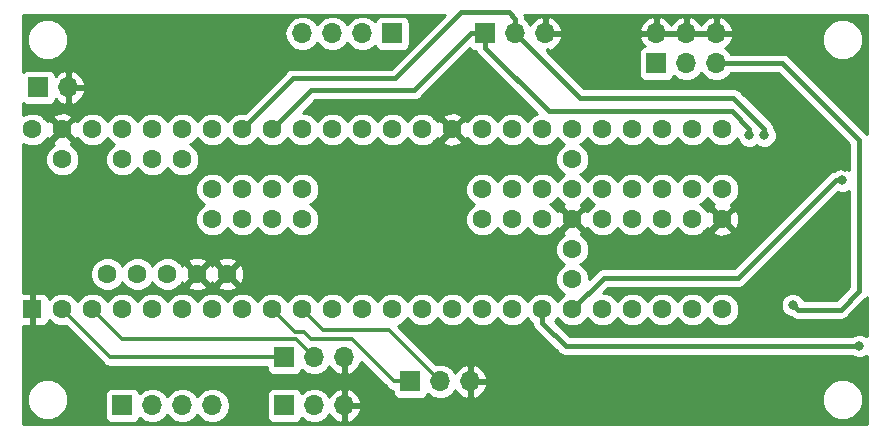
<source format=gbr>
G04 #@! TF.GenerationSoftware,KiCad,Pcbnew,(5.0.2)-1*
G04 #@! TF.CreationDate,2019-02-13T01:18:52+00:00*
G04 #@! TF.ProjectId,TeensyBikeShield,5465656e-7379-4426-996b-65536869656c,rev?*
G04 #@! TF.SameCoordinates,Original*
G04 #@! TF.FileFunction,Copper,L2,Bot*
G04 #@! TF.FilePolarity,Positive*
%FSLAX46Y46*%
G04 Gerber Fmt 4.6, Leading zero omitted, Abs format (unit mm)*
G04 Created by KiCad (PCBNEW (5.0.2)-1) date 13/02/2019 01:18:52*
%MOMM*%
%LPD*%
G01*
G04 APERTURE LIST*
G04 #@! TA.AperFunction,ComponentPad*
%ADD10R,1.700000X1.700000*%
G04 #@! TD*
G04 #@! TA.AperFunction,ComponentPad*
%ADD11O,1.700000X1.700000*%
G04 #@! TD*
G04 #@! TA.AperFunction,ComponentPad*
%ADD12C,1.600000*%
G04 #@! TD*
G04 #@! TA.AperFunction,ComponentPad*
%ADD13R,1.600000X1.600000*%
G04 #@! TD*
G04 #@! TA.AperFunction,ViaPad*
%ADD14C,0.800000*%
G04 #@! TD*
G04 #@! TA.AperFunction,Conductor*
%ADD15C,0.400000*%
G04 #@! TD*
G04 #@! TA.AperFunction,Conductor*
%ADD16C,0.300000*%
G04 #@! TD*
G04 #@! TA.AperFunction,Conductor*
%ADD17C,0.254000*%
G04 #@! TD*
G04 APERTURE END LIST*
D10*
G04 #@! TO.P,ANALOG,1*
G04 #@! TO.N,/A0*
X59690000Y-22352000D03*
D11*
G04 #@! TO.P,ANALOG,2*
G04 #@! TO.N,/A1*
X57150000Y-22352000D03*
G04 #@! TO.P,ANALOG,3*
G04 #@! TO.N,/A2*
X54610000Y-22352000D03*
G04 #@! TO.P,ANALOG,4*
G04 #@! TO.N,/A3*
X52070000Y-22352000D03*
G04 #@! TD*
G04 #@! TO.P,DIGITAL,4*
G04 #@! TO.N,/D4*
X44450000Y-53848000D03*
G04 #@! TO.P,DIGITAL,3*
G04 #@! TO.N,/D3*
X41910000Y-53848000D03*
G04 #@! TO.P,DIGITAL,2*
G04 #@! TO.N,/D2*
X39370000Y-53848000D03*
D10*
G04 #@! TO.P,DIGITAL,1*
G04 #@! TO.N,/D1*
X36830000Y-53848000D03*
G04 #@! TD*
D11*
G04 #@! TO.P,I2C,3*
G04 #@! TO.N,GND*
X72644000Y-22352000D03*
G04 #@! TO.P,I2C,2*
G04 #@! TO.N,/I2C_SCL*
X70104000Y-22352000D03*
D10*
G04 #@! TO.P,I2C,1*
G04 #@! TO.N,/I2C_SDA*
X67564000Y-22352000D03*
G04 #@! TD*
D11*
G04 #@! TO.P,Vin,2*
G04 #@! TO.N,GND*
X32258000Y-26924000D03*
D10*
G04 #@! TO.P,Vin,1*
G04 #@! TO.N,VCC*
X29718000Y-26924000D03*
G04 #@! TD*
D12*
G04 #@! TO.P,,17*
G04 #@! TO.N,Net-(D2-Pad2)*
X69850000Y-45720000D03*
G04 #@! TO.P,,18*
G04 #@! TO.N,/IMU_RESET*
X72390000Y-45720000D03*
G04 #@! TO.P,,19*
G04 #@! TO.N,/IMU_INT*
X74930000Y-45720000D03*
G04 #@! TO.P,,20*
G04 #@! TO.N,N/C*
X77470000Y-45720000D03*
G04 #@! TO.P,,16*
G04 #@! TO.N,Net-(D1-Pad2)*
X67310000Y-45720000D03*
G04 #@! TO.P,,15*
G04 #@! TO.N,N/C*
X64770000Y-45720000D03*
G04 #@! TO.P,,14*
X62230000Y-45720000D03*
G04 #@! TO.P,,21*
X80010000Y-45720000D03*
G04 #@! TO.P,,22*
X82550000Y-45720000D03*
G04 #@! TO.P,,23*
X85090000Y-45720000D03*
G04 #@! TO.P,,24*
X87630000Y-45720000D03*
G04 #@! TO.P,,25*
X74930000Y-43180000D03*
G04 #@! TO.P,,26*
X74930000Y-40640000D03*
G04 #@! TO.P,,27*
G04 #@! TO.N,GND*
X74930000Y-38100000D03*
G04 #@! TO.P,,28*
G04 #@! TO.N,N/C*
X74930000Y-35560000D03*
G04 #@! TO.P,,29*
X74930000Y-33020000D03*
G04 #@! TO.P,,30*
X87630000Y-30480000D03*
G04 #@! TO.P,,31*
X85090000Y-30480000D03*
G04 #@! TO.P,,32*
X82550000Y-30480000D03*
G04 #@! TO.P,,33*
X80010000Y-30480000D03*
G04 #@! TO.P,,34*
X77470000Y-30480000D03*
G04 #@! TO.P,,35*
X74930000Y-30480000D03*
G04 #@! TO.P,,36*
X72390000Y-30480000D03*
G04 #@! TO.P,,37*
X69850000Y-30480000D03*
G04 #@! TO.P,,13*
X59690000Y-45720000D03*
G04 #@! TO.P,,12*
G04 #@! TO.N,/UART2_TX*
X57150000Y-45720000D03*
G04 #@! TO.P,,11*
G04 #@! TO.N,/UART2_RX*
X54610000Y-45720000D03*
G04 #@! TO.P,,10*
G04 #@! TO.N,/UART3_TX*
X52070000Y-45720000D03*
G04 #@! TO.P,,9*
G04 #@! TO.N,/UART3_RX*
X49530000Y-45720000D03*
G04 #@! TO.P,,8*
G04 #@! TO.N,N/C*
X46990000Y-45720000D03*
G04 #@! TO.P,,7*
G04 #@! TO.N,/D4*
X44450000Y-45720000D03*
G04 #@! TO.P,,6*
G04 #@! TO.N,/D3*
X41910000Y-45720000D03*
G04 #@! TO.P,,5*
G04 #@! TO.N,/D2*
X39370000Y-45720000D03*
G04 #@! TO.P,,4*
G04 #@! TO.N,/D1*
X36830000Y-45720000D03*
G04 #@! TO.P,,3*
G04 #@! TO.N,/UART1_TX*
X34290000Y-45720000D03*
G04 #@! TO.P,,2*
G04 #@! TO.N,/UART1_RX*
X31750000Y-45720000D03*
D13*
G04 #@! TO.P,,1*
G04 #@! TO.N,GND*
X29210000Y-45720000D03*
D12*
G04 #@! TO.P,,38*
G04 #@! TO.N,N/C*
X67310000Y-30480000D03*
G04 #@! TO.P,,39*
G04 #@! TO.N,GND*
X64770000Y-30480000D03*
G04 #@! TO.P,,40*
G04 #@! TO.N,N/C*
X62230000Y-30480000D03*
G04 #@! TO.P,,41*
G04 #@! TO.N,/A0*
X59690000Y-30480000D03*
G04 #@! TO.P,,42*
G04 #@! TO.N,/A1*
X57150000Y-30480000D03*
G04 #@! TO.P,,43*
G04 #@! TO.N,/A2*
X54610000Y-30480000D03*
G04 #@! TO.P,,44*
G04 #@! TO.N,/A3*
X52070000Y-30480000D03*
G04 #@! TO.P,,45*
G04 #@! TO.N,/I2C_SDA*
X49530000Y-30480000D03*
G04 #@! TO.P,,46*
G04 #@! TO.N,/I2C_SCL*
X46990000Y-30480000D03*
G04 #@! TO.P,,47*
G04 #@! TO.N,N/C*
X44450000Y-30480000D03*
G04 #@! TO.P,,48*
X41910000Y-30480000D03*
G04 #@! TO.P,,49*
X39370000Y-30480000D03*
G04 #@! TO.P,,50*
X36830000Y-30480000D03*
G04 #@! TO.P,,51*
G04 #@! TO.N,+3V3*
X34290000Y-30480000D03*
G04 #@! TO.P,,52*
G04 #@! TO.N,GND*
X31750000Y-30480000D03*
G04 #@! TO.P,,53*
G04 #@! TO.N,+5V*
X29210000Y-30480000D03*
G04 #@! TO.P,,54*
G04 #@! TO.N,N/C*
X31750000Y-33020000D03*
G04 #@! TO.P,,55*
X36830000Y-33020000D03*
G04 #@! TO.P,,56*
X39370000Y-33020000D03*
G04 #@! TO.P,,57*
X41910000Y-33020000D03*
G04 #@! TO.P,,63*
X44450000Y-38100000D03*
G04 #@! TO.P,,64*
X46990000Y-38100000D03*
G04 #@! TO.P,,65*
X49530000Y-38100000D03*
G04 #@! TO.P,,66*
X52070000Y-38100000D03*
G04 #@! TO.P,,67*
X67310000Y-38100000D03*
G04 #@! TO.P,,68*
X69850000Y-38100000D03*
G04 #@! TO.P,,69*
X72390000Y-38100000D03*
G04 #@! TO.P,,70*
X77470000Y-38100000D03*
G04 #@! TO.P,,71*
X80010000Y-38100000D03*
G04 #@! TO.P,,72*
X82550000Y-38100000D03*
G04 #@! TO.P,,73*
X85090000Y-38100000D03*
G04 #@! TO.P,,74*
G04 #@! TO.N,GND*
X87630000Y-38100000D03*
G04 #@! TO.P,,75*
G04 #@! TO.N,N/C*
X87630000Y-35560000D03*
G04 #@! TO.P,,76*
X85090000Y-35560000D03*
G04 #@! TO.P,,77*
X82550000Y-35560000D03*
G04 #@! TO.P,,78*
X80010000Y-35560000D03*
G04 #@! TO.P,,79*
X77470000Y-35560000D03*
G04 #@! TO.P,,80*
X72390000Y-35560000D03*
G04 #@! TO.P,,81*
X69850000Y-35560000D03*
G04 #@! TO.P,,82*
X67310000Y-35560000D03*
G04 #@! TO.P,,83*
X52070000Y-35560000D03*
G04 #@! TO.P,,84*
X49530000Y-35560000D03*
G04 #@! TO.P,,85*
X46990000Y-35560000D03*
G04 #@! TO.P,,86*
X44450000Y-35560000D03*
G04 #@! TO.P,,58*
X35560000Y-42720000D03*
G04 #@! TO.P,,59*
X38100000Y-42720000D03*
G04 #@! TO.P,,60*
X40640000Y-42720000D03*
G04 #@! TO.P,,61*
G04 #@! TO.N,GND*
X43180000Y-42720000D03*
G04 #@! TO.P,,62*
X45720000Y-42720000D03*
G04 #@! TD*
D10*
G04 #@! TO.P,UART1,1*
G04 #@! TO.N,/UART1_RX*
X50546000Y-49784000D03*
D11*
G04 #@! TO.P,UART1,2*
G04 #@! TO.N,/UART1_TX*
X53086000Y-49784000D03*
G04 #@! TO.P,UART1,3*
G04 #@! TO.N,GND*
X55626000Y-49784000D03*
G04 #@! TD*
G04 #@! TO.P,UART2,3*
G04 #@! TO.N,GND*
X55626000Y-53848000D03*
G04 #@! TO.P,UART2,2*
G04 #@! TO.N,/UART2_TX*
X53086000Y-53848000D03*
D10*
G04 #@! TO.P,UART2,1*
G04 #@! TO.N,/UART2_RX*
X50546000Y-53848000D03*
G04 #@! TD*
G04 #@! TO.P,UART3,1*
G04 #@! TO.N,/UART3_RX*
X61214000Y-51816000D03*
D11*
G04 #@! TO.P,UART3,2*
G04 #@! TO.N,/UART3_TX*
X63754000Y-51816000D03*
G04 #@! TO.P,UART3,3*
G04 #@! TO.N,GND*
X66294000Y-51816000D03*
G04 #@! TD*
D10*
G04 #@! TO.P,,1*
G04 #@! TO.N,+3V3*
X82042000Y-24892000D03*
D11*
G04 #@! TO.P,,2*
G04 #@! TO.N,GND*
X82042000Y-22352000D03*
G04 #@! TO.P,,3*
G04 #@! TO.N,+3V3*
X84582000Y-24892000D03*
G04 #@! TO.P,,4*
G04 #@! TO.N,GND*
X84582000Y-22352000D03*
G04 #@! TO.P,,5*
G04 #@! TO.N,+3V3*
X87122000Y-24892000D03*
G04 #@! TO.P,,6*
G04 #@! TO.N,GND*
X87122000Y-22352000D03*
G04 #@! TD*
D14*
G04 #@! TO.N,+3V3*
X93599000Y-45339000D03*
G04 #@! TO.N,/IMU_INT*
X97790000Y-34798000D03*
G04 #@! TO.N,/I2C_SDA*
X89916000Y-30988000D03*
G04 #@! TO.N,/I2C_SCL*
X91186000Y-30988000D03*
G04 #@! TO.N,/IMU_RESET*
X99237800Y-48818800D03*
G04 #@! TO.N,GND*
X95605600Y-38176200D03*
X96774000Y-44196000D03*
X98044000Y-33655000D03*
G04 #@! TD*
D15*
G04 #@! TO.N,GND*
X96774000Y-39344600D02*
X96774000Y-44196000D01*
X95605600Y-38176200D02*
X96774000Y-39344600D01*
G04 #@! TO.N,+3V3*
X93998999Y-45738999D02*
X97644001Y-45738999D01*
X93599000Y-45339000D02*
X93998999Y-45738999D01*
X97644001Y-45738999D02*
X99187000Y-44196000D01*
X99187000Y-44196000D02*
X99187000Y-31369000D01*
X92710000Y-24892000D02*
X87122000Y-24892000D01*
X99187000Y-31369000D02*
X92710000Y-24892000D01*
G04 #@! TO.N,/I2C_SCL*
X70104000Y-21149919D02*
X70104000Y-22352000D01*
X69528081Y-20574000D02*
X70104000Y-21149919D01*
X65532000Y-20574000D02*
X69528081Y-20574000D01*
X59944000Y-26162000D02*
X65532000Y-20574000D01*
X51308000Y-26162000D02*
X59944000Y-26162000D01*
X46990000Y-30480000D02*
X51308000Y-26162000D01*
X91186000Y-30422315D02*
X88576685Y-27813000D01*
X91186000Y-30988000D02*
X91186000Y-30422315D01*
X75565000Y-27813000D02*
X70104000Y-22352000D01*
X88576685Y-27813000D02*
X75565000Y-27813000D01*
G04 #@! TO.N,/I2C_SDA*
X49530000Y-30480000D02*
X52832000Y-27178000D01*
X66314000Y-22352000D02*
X67564000Y-22352000D01*
X61488000Y-27178000D02*
X66314000Y-22352000D01*
X52832000Y-27178000D02*
X61488000Y-27178000D01*
X89916000Y-30422315D02*
X88449685Y-28956000D01*
X89916000Y-30988000D02*
X89916000Y-30422315D01*
X67564000Y-23602000D02*
X67564000Y-22352000D01*
X72918000Y-28956000D02*
X67564000Y-23602000D01*
X88449685Y-28956000D02*
X72918000Y-28956000D01*
G04 #@! TO.N,/IMU_RESET*
X98672115Y-48818800D02*
X99237800Y-48818800D01*
X74357430Y-48818800D02*
X98672115Y-48818800D01*
X72390000Y-46851370D02*
X74357430Y-48818800D01*
X72390000Y-45720000D02*
X72390000Y-46851370D01*
G04 #@! TO.N,/IMU_INT*
X97224315Y-34798000D02*
X88969315Y-43053000D01*
X97790000Y-34798000D02*
X97224315Y-34798000D01*
X77597000Y-43053000D02*
X74930000Y-45720000D01*
X88969315Y-43053000D02*
X77597000Y-43053000D01*
D16*
G04 #@! TO.N,/UART3_TX*
X52070000Y-45720000D02*
X53848000Y-47498000D01*
X59436000Y-47498000D02*
X63754000Y-51816000D01*
X53848000Y-47498000D02*
X59436000Y-47498000D01*
G04 #@! TO.N,/UART3_RX*
X49530000Y-45720000D02*
X51435000Y-47625000D01*
X51435000Y-47625000D02*
X52197000Y-47625000D01*
X52197000Y-47625000D02*
X52832000Y-48260000D01*
X52832000Y-48260000D02*
X56261000Y-48260000D01*
X59817000Y-51816000D02*
X61214000Y-51816000D01*
X56261000Y-48260000D02*
X59817000Y-51816000D01*
G04 #@! TO.N,/UART1_TX*
X34290000Y-45720000D02*
X36830000Y-48260000D01*
X51562000Y-48260000D02*
X53086000Y-49784000D01*
X36830000Y-48260000D02*
X51562000Y-48260000D01*
G04 #@! TO.N,/UART1_RX*
X35814000Y-49784000D02*
X50546000Y-49784000D01*
X31750000Y-45720000D02*
X35814000Y-49784000D01*
G04 #@! TD*
D17*
G04 #@! TO.N,GND*
G36*
X59598133Y-25327000D02*
X51390232Y-25327000D01*
X51307999Y-25310643D01*
X51225766Y-25327000D01*
X51225763Y-25327000D01*
X50982199Y-25375448D01*
X50705999Y-25559999D01*
X50659415Y-25629717D01*
X47244133Y-29045000D01*
X46704561Y-29045000D01*
X46177138Y-29263466D01*
X45773466Y-29667138D01*
X45720000Y-29796216D01*
X45666534Y-29667138D01*
X45262862Y-29263466D01*
X44735439Y-29045000D01*
X44164561Y-29045000D01*
X43637138Y-29263466D01*
X43233466Y-29667138D01*
X43180000Y-29796216D01*
X43126534Y-29667138D01*
X42722862Y-29263466D01*
X42195439Y-29045000D01*
X41624561Y-29045000D01*
X41097138Y-29263466D01*
X40693466Y-29667138D01*
X40640000Y-29796216D01*
X40586534Y-29667138D01*
X40182862Y-29263466D01*
X39655439Y-29045000D01*
X39084561Y-29045000D01*
X38557138Y-29263466D01*
X38153466Y-29667138D01*
X38100000Y-29796216D01*
X38046534Y-29667138D01*
X37642862Y-29263466D01*
X37115439Y-29045000D01*
X36544561Y-29045000D01*
X36017138Y-29263466D01*
X35613466Y-29667138D01*
X35560000Y-29796216D01*
X35506534Y-29667138D01*
X35102862Y-29263466D01*
X34575439Y-29045000D01*
X34004561Y-29045000D01*
X33477138Y-29263466D01*
X33073466Y-29667138D01*
X33026475Y-29780583D01*
X33003864Y-29725995D01*
X32757745Y-29651861D01*
X31929605Y-30480000D01*
X32757745Y-31308139D01*
X33003864Y-31234005D01*
X33024874Y-31175552D01*
X33073466Y-31292862D01*
X33477138Y-31696534D01*
X34004561Y-31915000D01*
X34575439Y-31915000D01*
X35102862Y-31696534D01*
X35506534Y-31292862D01*
X35560000Y-31163784D01*
X35613466Y-31292862D01*
X36017138Y-31696534D01*
X36146216Y-31750000D01*
X36017138Y-31803466D01*
X35613466Y-32207138D01*
X35395000Y-32734561D01*
X35395000Y-33305439D01*
X35613466Y-33832862D01*
X36017138Y-34236534D01*
X36544561Y-34455000D01*
X37115439Y-34455000D01*
X37642862Y-34236534D01*
X38046534Y-33832862D01*
X38100000Y-33703784D01*
X38153466Y-33832862D01*
X38557138Y-34236534D01*
X39084561Y-34455000D01*
X39655439Y-34455000D01*
X40182862Y-34236534D01*
X40586534Y-33832862D01*
X40640000Y-33703784D01*
X40693466Y-33832862D01*
X41097138Y-34236534D01*
X41624561Y-34455000D01*
X42195439Y-34455000D01*
X42722862Y-34236534D01*
X43126534Y-33832862D01*
X43345000Y-33305439D01*
X43345000Y-32734561D01*
X43126534Y-32207138D01*
X42722862Y-31803466D01*
X42593784Y-31750000D01*
X42722862Y-31696534D01*
X43126534Y-31292862D01*
X43180000Y-31163784D01*
X43233466Y-31292862D01*
X43637138Y-31696534D01*
X44164561Y-31915000D01*
X44735439Y-31915000D01*
X45262862Y-31696534D01*
X45666534Y-31292862D01*
X45720000Y-31163784D01*
X45773466Y-31292862D01*
X46177138Y-31696534D01*
X46704561Y-31915000D01*
X47275439Y-31915000D01*
X47802862Y-31696534D01*
X48206534Y-31292862D01*
X48260000Y-31163784D01*
X48313466Y-31292862D01*
X48717138Y-31696534D01*
X49244561Y-31915000D01*
X49815439Y-31915000D01*
X50342862Y-31696534D01*
X50746534Y-31292862D01*
X50800000Y-31163784D01*
X50853466Y-31292862D01*
X51257138Y-31696534D01*
X51784561Y-31915000D01*
X52355439Y-31915000D01*
X52882862Y-31696534D01*
X53286534Y-31292862D01*
X53340000Y-31163784D01*
X53393466Y-31292862D01*
X53797138Y-31696534D01*
X54324561Y-31915000D01*
X54895439Y-31915000D01*
X55422862Y-31696534D01*
X55826534Y-31292862D01*
X55880000Y-31163784D01*
X55933466Y-31292862D01*
X56337138Y-31696534D01*
X56864561Y-31915000D01*
X57435439Y-31915000D01*
X57962862Y-31696534D01*
X58366534Y-31292862D01*
X58420000Y-31163784D01*
X58473466Y-31292862D01*
X58877138Y-31696534D01*
X59404561Y-31915000D01*
X59975439Y-31915000D01*
X60502862Y-31696534D01*
X60906534Y-31292862D01*
X60960000Y-31163784D01*
X61013466Y-31292862D01*
X61417138Y-31696534D01*
X61944561Y-31915000D01*
X62515439Y-31915000D01*
X63042862Y-31696534D01*
X63251651Y-31487745D01*
X63941861Y-31487745D01*
X64015995Y-31733864D01*
X64553223Y-31926965D01*
X65123454Y-31899778D01*
X65524005Y-31733864D01*
X65598139Y-31487745D01*
X64770000Y-30659605D01*
X63941861Y-31487745D01*
X63251651Y-31487745D01*
X63446534Y-31292862D01*
X63493525Y-31179417D01*
X63516136Y-31234005D01*
X63762255Y-31308139D01*
X64590395Y-30480000D01*
X63762255Y-29651861D01*
X63516136Y-29725995D01*
X63495126Y-29784448D01*
X63446534Y-29667138D01*
X63251651Y-29472255D01*
X63941861Y-29472255D01*
X64770000Y-30300395D01*
X65598139Y-29472255D01*
X65524005Y-29226136D01*
X64986777Y-29033035D01*
X64416546Y-29060222D01*
X64015995Y-29226136D01*
X63941861Y-29472255D01*
X63251651Y-29472255D01*
X63042862Y-29263466D01*
X62515439Y-29045000D01*
X61944561Y-29045000D01*
X61417138Y-29263466D01*
X61013466Y-29667138D01*
X60960000Y-29796216D01*
X60906534Y-29667138D01*
X60502862Y-29263466D01*
X59975439Y-29045000D01*
X59404561Y-29045000D01*
X58877138Y-29263466D01*
X58473466Y-29667138D01*
X58420000Y-29796216D01*
X58366534Y-29667138D01*
X57962862Y-29263466D01*
X57435439Y-29045000D01*
X56864561Y-29045000D01*
X56337138Y-29263466D01*
X55933466Y-29667138D01*
X55880000Y-29796216D01*
X55826534Y-29667138D01*
X55422862Y-29263466D01*
X54895439Y-29045000D01*
X54324561Y-29045000D01*
X53797138Y-29263466D01*
X53393466Y-29667138D01*
X53340000Y-29796216D01*
X53286534Y-29667138D01*
X52882862Y-29263466D01*
X52355439Y-29045000D01*
X52145868Y-29045000D01*
X53177868Y-28013000D01*
X61405767Y-28013000D01*
X61488000Y-28029357D01*
X61570233Y-28013000D01*
X61570237Y-28013000D01*
X61813801Y-27964552D01*
X62090001Y-27780001D01*
X62136587Y-27710280D01*
X66228500Y-23618367D01*
X66256191Y-23659809D01*
X66466235Y-23800157D01*
X66714000Y-23849440D01*
X66761861Y-23849440D01*
X66777448Y-23927800D01*
X66961999Y-24204001D01*
X67031720Y-24250587D01*
X71907681Y-29126550D01*
X71577138Y-29263466D01*
X71173466Y-29667138D01*
X71120000Y-29796216D01*
X71066534Y-29667138D01*
X70662862Y-29263466D01*
X70135439Y-29045000D01*
X69564561Y-29045000D01*
X69037138Y-29263466D01*
X68633466Y-29667138D01*
X68580000Y-29796216D01*
X68526534Y-29667138D01*
X68122862Y-29263466D01*
X67595439Y-29045000D01*
X67024561Y-29045000D01*
X66497138Y-29263466D01*
X66093466Y-29667138D01*
X66046475Y-29780583D01*
X66023864Y-29725995D01*
X65777745Y-29651861D01*
X64949605Y-30480000D01*
X65777745Y-31308139D01*
X66023864Y-31234005D01*
X66044874Y-31175552D01*
X66093466Y-31292862D01*
X66497138Y-31696534D01*
X67024561Y-31915000D01*
X67595439Y-31915000D01*
X68122862Y-31696534D01*
X68526534Y-31292862D01*
X68580000Y-31163784D01*
X68633466Y-31292862D01*
X69037138Y-31696534D01*
X69564561Y-31915000D01*
X70135439Y-31915000D01*
X70662862Y-31696534D01*
X71066534Y-31292862D01*
X71120000Y-31163784D01*
X71173466Y-31292862D01*
X71577138Y-31696534D01*
X72104561Y-31915000D01*
X72675439Y-31915000D01*
X73202862Y-31696534D01*
X73606534Y-31292862D01*
X73660000Y-31163784D01*
X73713466Y-31292862D01*
X74117138Y-31696534D01*
X74246216Y-31750000D01*
X74117138Y-31803466D01*
X73713466Y-32207138D01*
X73495000Y-32734561D01*
X73495000Y-33305439D01*
X73713466Y-33832862D01*
X74117138Y-34236534D01*
X74246216Y-34290000D01*
X74117138Y-34343466D01*
X73713466Y-34747138D01*
X73660000Y-34876216D01*
X73606534Y-34747138D01*
X73202862Y-34343466D01*
X72675439Y-34125000D01*
X72104561Y-34125000D01*
X71577138Y-34343466D01*
X71173466Y-34747138D01*
X71120000Y-34876216D01*
X71066534Y-34747138D01*
X70662862Y-34343466D01*
X70135439Y-34125000D01*
X69564561Y-34125000D01*
X69037138Y-34343466D01*
X68633466Y-34747138D01*
X68580000Y-34876216D01*
X68526534Y-34747138D01*
X68122862Y-34343466D01*
X67595439Y-34125000D01*
X67024561Y-34125000D01*
X66497138Y-34343466D01*
X66093466Y-34747138D01*
X65875000Y-35274561D01*
X65875000Y-35845439D01*
X66093466Y-36372862D01*
X66497138Y-36776534D01*
X66626216Y-36830000D01*
X66497138Y-36883466D01*
X66093466Y-37287138D01*
X65875000Y-37814561D01*
X65875000Y-38385439D01*
X66093466Y-38912862D01*
X66497138Y-39316534D01*
X67024561Y-39535000D01*
X67595439Y-39535000D01*
X68122862Y-39316534D01*
X68526534Y-38912862D01*
X68580000Y-38783784D01*
X68633466Y-38912862D01*
X69037138Y-39316534D01*
X69564561Y-39535000D01*
X70135439Y-39535000D01*
X70662862Y-39316534D01*
X71066534Y-38912862D01*
X71120000Y-38783784D01*
X71173466Y-38912862D01*
X71577138Y-39316534D01*
X72104561Y-39535000D01*
X72675439Y-39535000D01*
X73202862Y-39316534D01*
X73606534Y-38912862D01*
X73653525Y-38799417D01*
X73676136Y-38854005D01*
X73922255Y-38928139D01*
X74750395Y-38100000D01*
X73922255Y-37271861D01*
X73676136Y-37345995D01*
X73655126Y-37404448D01*
X73606534Y-37287138D01*
X73202862Y-36883466D01*
X73073784Y-36830000D01*
X73202862Y-36776534D01*
X73606534Y-36372862D01*
X73660000Y-36243784D01*
X73713466Y-36372862D01*
X74117138Y-36776534D01*
X74230583Y-36823525D01*
X74175995Y-36846136D01*
X74101861Y-37092255D01*
X74930000Y-37920395D01*
X75758139Y-37092255D01*
X75684005Y-36846136D01*
X75625552Y-36825126D01*
X75742862Y-36776534D01*
X76146534Y-36372862D01*
X76200000Y-36243784D01*
X76253466Y-36372862D01*
X76657138Y-36776534D01*
X76786216Y-36830000D01*
X76657138Y-36883466D01*
X76253466Y-37287138D01*
X76206475Y-37400583D01*
X76183864Y-37345995D01*
X75937745Y-37271861D01*
X75109605Y-38100000D01*
X75937745Y-38928139D01*
X76183864Y-38854005D01*
X76204874Y-38795552D01*
X76253466Y-38912862D01*
X76657138Y-39316534D01*
X77184561Y-39535000D01*
X77755439Y-39535000D01*
X78282862Y-39316534D01*
X78686534Y-38912862D01*
X78740000Y-38783784D01*
X78793466Y-38912862D01*
X79197138Y-39316534D01*
X79724561Y-39535000D01*
X80295439Y-39535000D01*
X80822862Y-39316534D01*
X81226534Y-38912862D01*
X81280000Y-38783784D01*
X81333466Y-38912862D01*
X81737138Y-39316534D01*
X82264561Y-39535000D01*
X82835439Y-39535000D01*
X83362862Y-39316534D01*
X83766534Y-38912862D01*
X83820000Y-38783784D01*
X83873466Y-38912862D01*
X84277138Y-39316534D01*
X84804561Y-39535000D01*
X85375439Y-39535000D01*
X85902862Y-39316534D01*
X86111651Y-39107745D01*
X86801861Y-39107745D01*
X86875995Y-39353864D01*
X87413223Y-39546965D01*
X87983454Y-39519778D01*
X88384005Y-39353864D01*
X88458139Y-39107745D01*
X87630000Y-38279605D01*
X86801861Y-39107745D01*
X86111651Y-39107745D01*
X86306534Y-38912862D01*
X86353525Y-38799417D01*
X86376136Y-38854005D01*
X86622255Y-38928139D01*
X87450395Y-38100000D01*
X87809605Y-38100000D01*
X88637745Y-38928139D01*
X88883864Y-38854005D01*
X89076965Y-38316777D01*
X89049778Y-37746546D01*
X88883864Y-37345995D01*
X88637745Y-37271861D01*
X87809605Y-38100000D01*
X87450395Y-38100000D01*
X86622255Y-37271861D01*
X86376136Y-37345995D01*
X86355126Y-37404448D01*
X86306534Y-37287138D01*
X85902862Y-36883466D01*
X85773784Y-36830000D01*
X85902862Y-36776534D01*
X86306534Y-36372862D01*
X86360000Y-36243784D01*
X86413466Y-36372862D01*
X86817138Y-36776534D01*
X86930583Y-36823525D01*
X86875995Y-36846136D01*
X86801861Y-37092255D01*
X87630000Y-37920395D01*
X88458139Y-37092255D01*
X88384005Y-36846136D01*
X88325552Y-36825126D01*
X88442862Y-36776534D01*
X88846534Y-36372862D01*
X89065000Y-35845439D01*
X89065000Y-35274561D01*
X88846534Y-34747138D01*
X88442862Y-34343466D01*
X87915439Y-34125000D01*
X87344561Y-34125000D01*
X86817138Y-34343466D01*
X86413466Y-34747138D01*
X86360000Y-34876216D01*
X86306534Y-34747138D01*
X85902862Y-34343466D01*
X85375439Y-34125000D01*
X84804561Y-34125000D01*
X84277138Y-34343466D01*
X83873466Y-34747138D01*
X83820000Y-34876216D01*
X83766534Y-34747138D01*
X83362862Y-34343466D01*
X82835439Y-34125000D01*
X82264561Y-34125000D01*
X81737138Y-34343466D01*
X81333466Y-34747138D01*
X81280000Y-34876216D01*
X81226534Y-34747138D01*
X80822862Y-34343466D01*
X80295439Y-34125000D01*
X79724561Y-34125000D01*
X79197138Y-34343466D01*
X78793466Y-34747138D01*
X78740000Y-34876216D01*
X78686534Y-34747138D01*
X78282862Y-34343466D01*
X77755439Y-34125000D01*
X77184561Y-34125000D01*
X76657138Y-34343466D01*
X76253466Y-34747138D01*
X76200000Y-34876216D01*
X76146534Y-34747138D01*
X75742862Y-34343466D01*
X75613784Y-34290000D01*
X75742862Y-34236534D01*
X76146534Y-33832862D01*
X76365000Y-33305439D01*
X76365000Y-32734561D01*
X76146534Y-32207138D01*
X75742862Y-31803466D01*
X75613784Y-31750000D01*
X75742862Y-31696534D01*
X76146534Y-31292862D01*
X76200000Y-31163784D01*
X76253466Y-31292862D01*
X76657138Y-31696534D01*
X77184561Y-31915000D01*
X77755439Y-31915000D01*
X78282862Y-31696534D01*
X78686534Y-31292862D01*
X78740000Y-31163784D01*
X78793466Y-31292862D01*
X79197138Y-31696534D01*
X79724561Y-31915000D01*
X80295439Y-31915000D01*
X80822862Y-31696534D01*
X81226534Y-31292862D01*
X81280000Y-31163784D01*
X81333466Y-31292862D01*
X81737138Y-31696534D01*
X82264561Y-31915000D01*
X82835439Y-31915000D01*
X83362862Y-31696534D01*
X83766534Y-31292862D01*
X83820000Y-31163784D01*
X83873466Y-31292862D01*
X84277138Y-31696534D01*
X84804561Y-31915000D01*
X85375439Y-31915000D01*
X85902862Y-31696534D01*
X86306534Y-31292862D01*
X86360000Y-31163784D01*
X86413466Y-31292862D01*
X86817138Y-31696534D01*
X87344561Y-31915000D01*
X87915439Y-31915000D01*
X88442862Y-31696534D01*
X88846534Y-31292862D01*
X88884268Y-31201764D01*
X89038569Y-31574280D01*
X89329720Y-31865431D01*
X89710126Y-32023000D01*
X90121874Y-32023000D01*
X90502280Y-31865431D01*
X90551000Y-31816711D01*
X90599720Y-31865431D01*
X90980126Y-32023000D01*
X91391874Y-32023000D01*
X91772280Y-31865431D01*
X92063431Y-31574280D01*
X92221000Y-31193874D01*
X92221000Y-30782126D01*
X92063431Y-30401720D01*
X92025770Y-30364059D01*
X92021000Y-30340078D01*
X91972552Y-30096514D01*
X91788001Y-29820314D01*
X91718283Y-29773730D01*
X89225272Y-27280720D01*
X89178686Y-27210999D01*
X88902486Y-27026448D01*
X88658922Y-26978000D01*
X88658918Y-26978000D01*
X88576685Y-26961643D01*
X88494452Y-26978000D01*
X75910869Y-26978000D01*
X72769868Y-23837000D01*
X72771002Y-23837000D01*
X72771002Y-23672156D01*
X73000890Y-23793476D01*
X73410924Y-23623645D01*
X73839183Y-23233358D01*
X74085486Y-22708892D01*
X73964819Y-22479000D01*
X72771000Y-22479000D01*
X72771000Y-22499000D01*
X72517000Y-22499000D01*
X72517000Y-22479000D01*
X72497000Y-22479000D01*
X72497000Y-22225000D01*
X72517000Y-22225000D01*
X72517000Y-21031845D01*
X72771000Y-21031845D01*
X72771000Y-22225000D01*
X73964819Y-22225000D01*
X74085486Y-21995108D01*
X80600514Y-21995108D01*
X80721181Y-22225000D01*
X81915000Y-22225000D01*
X81915000Y-21031845D01*
X82169000Y-21031845D01*
X82169000Y-22225000D01*
X84455000Y-22225000D01*
X84455000Y-21031845D01*
X84709000Y-21031845D01*
X84709000Y-22225000D01*
X86995000Y-22225000D01*
X86995000Y-21031845D01*
X87249000Y-21031845D01*
X87249000Y-22225000D01*
X88442819Y-22225000D01*
X88563486Y-21995108D01*
X88317183Y-21470642D01*
X87888924Y-21080355D01*
X87478890Y-20910524D01*
X87249000Y-21031845D01*
X86995000Y-21031845D01*
X86765110Y-20910524D01*
X86355076Y-21080355D01*
X85926817Y-21470642D01*
X85852000Y-21629954D01*
X85777183Y-21470642D01*
X85348924Y-21080355D01*
X84938890Y-20910524D01*
X84709000Y-21031845D01*
X84455000Y-21031845D01*
X84225110Y-20910524D01*
X83815076Y-21080355D01*
X83386817Y-21470642D01*
X83312000Y-21629954D01*
X83237183Y-21470642D01*
X82808924Y-21080355D01*
X82398890Y-20910524D01*
X82169000Y-21031845D01*
X81915000Y-21031845D01*
X81685110Y-20910524D01*
X81275076Y-21080355D01*
X80846817Y-21470642D01*
X80600514Y-21995108D01*
X74085486Y-21995108D01*
X73839183Y-21470642D01*
X73410924Y-21080355D01*
X73000890Y-20910524D01*
X72771000Y-21031845D01*
X72517000Y-21031845D01*
X72287110Y-20910524D01*
X71877076Y-21080355D01*
X71448817Y-21470642D01*
X71387843Y-21600478D01*
X71174625Y-21281375D01*
X70951904Y-21132557D01*
X70939000Y-21067683D01*
X70939000Y-21067682D01*
X70890552Y-20824118D01*
X70858401Y-20776000D01*
X99874000Y-20776000D01*
X99874001Y-28886070D01*
X99874000Y-28886075D01*
X99874000Y-30894209D01*
X99789001Y-30766999D01*
X99719283Y-30720415D01*
X93358587Y-24359720D01*
X93312001Y-24289999D01*
X93035801Y-24105448D01*
X92792237Y-24057000D01*
X92792233Y-24057000D01*
X92710000Y-24040643D01*
X92627767Y-24057000D01*
X88350065Y-24057000D01*
X88192625Y-23821375D01*
X87892214Y-23620647D01*
X88317183Y-23233358D01*
X88563486Y-22708892D01*
X88461656Y-22514887D01*
X96055000Y-22514887D01*
X96055000Y-23205113D01*
X96319138Y-23842799D01*
X96807201Y-24330862D01*
X97444887Y-24595000D01*
X98135113Y-24595000D01*
X98772799Y-24330862D01*
X99260862Y-23842799D01*
X99525000Y-23205113D01*
X99525000Y-22514887D01*
X99260862Y-21877201D01*
X98772799Y-21389138D01*
X98135113Y-21125000D01*
X97444887Y-21125000D01*
X96807201Y-21389138D01*
X96319138Y-21877201D01*
X96055000Y-22514887D01*
X88461656Y-22514887D01*
X88442819Y-22479000D01*
X87249000Y-22479000D01*
X87249000Y-22499000D01*
X86995000Y-22499000D01*
X86995000Y-22479000D01*
X84709000Y-22479000D01*
X84709000Y-22499000D01*
X84455000Y-22499000D01*
X84455000Y-22479000D01*
X82169000Y-22479000D01*
X82169000Y-22499000D01*
X81915000Y-22499000D01*
X81915000Y-22479000D01*
X80721181Y-22479000D01*
X80600514Y-22708892D01*
X80846817Y-23233358D01*
X81053855Y-23422039D01*
X80944235Y-23443843D01*
X80734191Y-23584191D01*
X80593843Y-23794235D01*
X80544560Y-24042000D01*
X80544560Y-25742000D01*
X80593843Y-25989765D01*
X80734191Y-26199809D01*
X80944235Y-26340157D01*
X81192000Y-26389440D01*
X82892000Y-26389440D01*
X83139765Y-26340157D01*
X83349809Y-26199809D01*
X83490157Y-25989765D01*
X83499184Y-25944381D01*
X83511375Y-25962625D01*
X84002582Y-26290839D01*
X84435744Y-26377000D01*
X84728256Y-26377000D01*
X85161418Y-26290839D01*
X85652625Y-25962625D01*
X85852000Y-25664239D01*
X86051375Y-25962625D01*
X86542582Y-26290839D01*
X86975744Y-26377000D01*
X87268256Y-26377000D01*
X87701418Y-26290839D01*
X88192625Y-25962625D01*
X88350065Y-25727000D01*
X92364133Y-25727000D01*
X98352001Y-31714869D01*
X98352001Y-33910512D01*
X97995874Y-33763000D01*
X97584126Y-33763000D01*
X97203720Y-33920569D01*
X97166059Y-33958230D01*
X97142078Y-33963000D01*
X96898514Y-34011448D01*
X96622314Y-34195999D01*
X96575730Y-34265717D01*
X88623448Y-42218000D01*
X77679237Y-42218000D01*
X77597000Y-42201642D01*
X77514763Y-42218000D01*
X77271199Y-42266448D01*
X76994999Y-42450999D01*
X76948415Y-42520717D01*
X76365000Y-43104132D01*
X76365000Y-42894561D01*
X76146534Y-42367138D01*
X75742862Y-41963466D01*
X75613784Y-41910000D01*
X75742862Y-41856534D01*
X76146534Y-41452862D01*
X76365000Y-40925439D01*
X76365000Y-40354561D01*
X76146534Y-39827138D01*
X75742862Y-39423466D01*
X75629417Y-39376475D01*
X75684005Y-39353864D01*
X75758139Y-39107745D01*
X74930000Y-38279605D01*
X74101861Y-39107745D01*
X74175995Y-39353864D01*
X74234448Y-39374874D01*
X74117138Y-39423466D01*
X73713466Y-39827138D01*
X73495000Y-40354561D01*
X73495000Y-40925439D01*
X73713466Y-41452862D01*
X74117138Y-41856534D01*
X74246216Y-41910000D01*
X74117138Y-41963466D01*
X73713466Y-42367138D01*
X73495000Y-42894561D01*
X73495000Y-43465439D01*
X73713466Y-43992862D01*
X74117138Y-44396534D01*
X74246216Y-44450000D01*
X74117138Y-44503466D01*
X73713466Y-44907138D01*
X73660000Y-45036216D01*
X73606534Y-44907138D01*
X73202862Y-44503466D01*
X72675439Y-44285000D01*
X72104561Y-44285000D01*
X71577138Y-44503466D01*
X71173466Y-44907138D01*
X71120000Y-45036216D01*
X71066534Y-44907138D01*
X70662862Y-44503466D01*
X70135439Y-44285000D01*
X69564561Y-44285000D01*
X69037138Y-44503466D01*
X68633466Y-44907138D01*
X68580000Y-45036216D01*
X68526534Y-44907138D01*
X68122862Y-44503466D01*
X67595439Y-44285000D01*
X67024561Y-44285000D01*
X66497138Y-44503466D01*
X66093466Y-44907138D01*
X66040000Y-45036216D01*
X65986534Y-44907138D01*
X65582862Y-44503466D01*
X65055439Y-44285000D01*
X64484561Y-44285000D01*
X63957138Y-44503466D01*
X63553466Y-44907138D01*
X63500000Y-45036216D01*
X63446534Y-44907138D01*
X63042862Y-44503466D01*
X62515439Y-44285000D01*
X61944561Y-44285000D01*
X61417138Y-44503466D01*
X61013466Y-44907138D01*
X60960000Y-45036216D01*
X60906534Y-44907138D01*
X60502862Y-44503466D01*
X59975439Y-44285000D01*
X59404561Y-44285000D01*
X58877138Y-44503466D01*
X58473466Y-44907138D01*
X58420000Y-45036216D01*
X58366534Y-44907138D01*
X57962862Y-44503466D01*
X57435439Y-44285000D01*
X56864561Y-44285000D01*
X56337138Y-44503466D01*
X55933466Y-44907138D01*
X55880000Y-45036216D01*
X55826534Y-44907138D01*
X55422862Y-44503466D01*
X54895439Y-44285000D01*
X54324561Y-44285000D01*
X53797138Y-44503466D01*
X53393466Y-44907138D01*
X53340000Y-45036216D01*
X53286534Y-44907138D01*
X52882862Y-44503466D01*
X52355439Y-44285000D01*
X51784561Y-44285000D01*
X51257138Y-44503466D01*
X50853466Y-44907138D01*
X50800000Y-45036216D01*
X50746534Y-44907138D01*
X50342862Y-44503466D01*
X49815439Y-44285000D01*
X49244561Y-44285000D01*
X48717138Y-44503466D01*
X48313466Y-44907138D01*
X48260000Y-45036216D01*
X48206534Y-44907138D01*
X47802862Y-44503466D01*
X47275439Y-44285000D01*
X46704561Y-44285000D01*
X46177138Y-44503466D01*
X45773466Y-44907138D01*
X45720000Y-45036216D01*
X45666534Y-44907138D01*
X45262862Y-44503466D01*
X44735439Y-44285000D01*
X44164561Y-44285000D01*
X43637138Y-44503466D01*
X43233466Y-44907138D01*
X43180000Y-45036216D01*
X43126534Y-44907138D01*
X42722862Y-44503466D01*
X42195439Y-44285000D01*
X41624561Y-44285000D01*
X41097138Y-44503466D01*
X40693466Y-44907138D01*
X40640000Y-45036216D01*
X40586534Y-44907138D01*
X40182862Y-44503466D01*
X39655439Y-44285000D01*
X39084561Y-44285000D01*
X38557138Y-44503466D01*
X38153466Y-44907138D01*
X38100000Y-45036216D01*
X38046534Y-44907138D01*
X37642862Y-44503466D01*
X37115439Y-44285000D01*
X36544561Y-44285000D01*
X36017138Y-44503466D01*
X35613466Y-44907138D01*
X35560000Y-45036216D01*
X35506534Y-44907138D01*
X35102862Y-44503466D01*
X34575439Y-44285000D01*
X34004561Y-44285000D01*
X33477138Y-44503466D01*
X33073466Y-44907138D01*
X33020000Y-45036216D01*
X32966534Y-44907138D01*
X32562862Y-44503466D01*
X32035439Y-44285000D01*
X31464561Y-44285000D01*
X30937138Y-44503466D01*
X30645000Y-44795604D01*
X30645000Y-44793690D01*
X30548327Y-44560301D01*
X30369698Y-44381673D01*
X30136309Y-44285000D01*
X29495750Y-44285000D01*
X29337000Y-44443750D01*
X29337000Y-45593000D01*
X29357000Y-45593000D01*
X29357000Y-45847000D01*
X29337000Y-45847000D01*
X29337000Y-46996250D01*
X29495750Y-47155000D01*
X30136309Y-47155000D01*
X30369698Y-47058327D01*
X30548327Y-46879699D01*
X30645000Y-46646310D01*
X30645000Y-46644396D01*
X30937138Y-46936534D01*
X31464561Y-47155000D01*
X32035439Y-47155000D01*
X32063302Y-47143459D01*
X35204253Y-50284411D01*
X35248047Y-50349953D01*
X35313589Y-50393747D01*
X35313591Y-50393749D01*
X35466388Y-50495845D01*
X35507708Y-50523454D01*
X35736684Y-50569000D01*
X35736688Y-50569000D01*
X35814000Y-50584378D01*
X35891312Y-50569000D01*
X49048560Y-50569000D01*
X49048560Y-50634000D01*
X49097843Y-50881765D01*
X49238191Y-51091809D01*
X49448235Y-51232157D01*
X49696000Y-51281440D01*
X51396000Y-51281440D01*
X51643765Y-51232157D01*
X51853809Y-51091809D01*
X51994157Y-50881765D01*
X52003184Y-50836381D01*
X52015375Y-50854625D01*
X52506582Y-51182839D01*
X52939744Y-51269000D01*
X53232256Y-51269000D01*
X53665418Y-51182839D01*
X54156625Y-50854625D01*
X54369843Y-50535522D01*
X54430817Y-50665358D01*
X54859076Y-51055645D01*
X55269110Y-51225476D01*
X55499000Y-51104155D01*
X55499000Y-49911000D01*
X55479000Y-49911000D01*
X55479000Y-49657000D01*
X55499000Y-49657000D01*
X55499000Y-49637000D01*
X55753000Y-49637000D01*
X55753000Y-49657000D01*
X55773000Y-49657000D01*
X55773000Y-49911000D01*
X55753000Y-49911000D01*
X55753000Y-51104155D01*
X55982890Y-51225476D01*
X56392924Y-51055645D01*
X56821183Y-50665358D01*
X57056061Y-50165219D01*
X59207253Y-52316411D01*
X59251047Y-52381953D01*
X59316589Y-52425747D01*
X59316591Y-52425749D01*
X59351630Y-52449161D01*
X59510708Y-52555454D01*
X59716560Y-52596400D01*
X59716560Y-52666000D01*
X59765843Y-52913765D01*
X59906191Y-53123809D01*
X60116235Y-53264157D01*
X60364000Y-53313440D01*
X62064000Y-53313440D01*
X62311765Y-53264157D01*
X62521809Y-53123809D01*
X62662157Y-52913765D01*
X62671184Y-52868381D01*
X62683375Y-52886625D01*
X63174582Y-53214839D01*
X63607744Y-53301000D01*
X63900256Y-53301000D01*
X64333418Y-53214839D01*
X64824625Y-52886625D01*
X65037843Y-52567522D01*
X65098817Y-52697358D01*
X65527076Y-53087645D01*
X65937110Y-53257476D01*
X66167000Y-53136155D01*
X66167000Y-51943000D01*
X66421000Y-51943000D01*
X66421000Y-53136155D01*
X66650890Y-53257476D01*
X67060924Y-53087645D01*
X67162706Y-52994887D01*
X96055000Y-52994887D01*
X96055000Y-53685113D01*
X96319138Y-54322799D01*
X96807201Y-54810862D01*
X97444887Y-55075000D01*
X98135113Y-55075000D01*
X98772799Y-54810862D01*
X99260862Y-54322799D01*
X99525000Y-53685113D01*
X99525000Y-52994887D01*
X99260862Y-52357201D01*
X98772799Y-51869138D01*
X98135113Y-51605000D01*
X97444887Y-51605000D01*
X96807201Y-51869138D01*
X96319138Y-52357201D01*
X96055000Y-52994887D01*
X67162706Y-52994887D01*
X67489183Y-52697358D01*
X67735486Y-52172892D01*
X67614819Y-51943000D01*
X66421000Y-51943000D01*
X66167000Y-51943000D01*
X66147000Y-51943000D01*
X66147000Y-51689000D01*
X66167000Y-51689000D01*
X66167000Y-50495845D01*
X66421000Y-50495845D01*
X66421000Y-51689000D01*
X67614819Y-51689000D01*
X67735486Y-51459108D01*
X67489183Y-50934642D01*
X67060924Y-50544355D01*
X66650890Y-50374524D01*
X66421000Y-50495845D01*
X66167000Y-50495845D01*
X65937110Y-50374524D01*
X65527076Y-50544355D01*
X65098817Y-50934642D01*
X65037843Y-51064478D01*
X64824625Y-50745375D01*
X64333418Y-50417161D01*
X63900256Y-50331000D01*
X63607744Y-50331000D01*
X63417083Y-50368925D01*
X60136460Y-47088303D01*
X60502862Y-46936534D01*
X60906534Y-46532862D01*
X60960000Y-46403784D01*
X61013466Y-46532862D01*
X61417138Y-46936534D01*
X61944561Y-47155000D01*
X62515439Y-47155000D01*
X63042862Y-46936534D01*
X63446534Y-46532862D01*
X63500000Y-46403784D01*
X63553466Y-46532862D01*
X63957138Y-46936534D01*
X64484561Y-47155000D01*
X65055439Y-47155000D01*
X65582862Y-46936534D01*
X65986534Y-46532862D01*
X66040000Y-46403784D01*
X66093466Y-46532862D01*
X66497138Y-46936534D01*
X67024561Y-47155000D01*
X67595439Y-47155000D01*
X68122862Y-46936534D01*
X68526534Y-46532862D01*
X68580000Y-46403784D01*
X68633466Y-46532862D01*
X69037138Y-46936534D01*
X69564561Y-47155000D01*
X70135439Y-47155000D01*
X70662862Y-46936534D01*
X71066534Y-46532862D01*
X71120000Y-46403784D01*
X71173466Y-46532862D01*
X71550231Y-46909627D01*
X71603448Y-47177170D01*
X71603449Y-47177171D01*
X71788000Y-47453371D01*
X71857718Y-47499955D01*
X73708845Y-49351083D01*
X73755429Y-49420801D01*
X74031629Y-49605352D01*
X74275193Y-49653800D01*
X74275196Y-49653800D01*
X74357429Y-49670157D01*
X74439662Y-49653800D01*
X98609089Y-49653800D01*
X98651520Y-49696231D01*
X99031926Y-49853800D01*
X99443674Y-49853800D01*
X99824080Y-49696231D01*
X99874001Y-49646310D01*
X99874000Y-55424000D01*
X28396000Y-55424000D01*
X28396000Y-52994887D01*
X28745000Y-52994887D01*
X28745000Y-53685113D01*
X29009138Y-54322799D01*
X29497201Y-54810862D01*
X30134887Y-55075000D01*
X30825113Y-55075000D01*
X31462799Y-54810862D01*
X31950862Y-54322799D01*
X32215000Y-53685113D01*
X32215000Y-52998000D01*
X35332560Y-52998000D01*
X35332560Y-54698000D01*
X35381843Y-54945765D01*
X35522191Y-55155809D01*
X35732235Y-55296157D01*
X35980000Y-55345440D01*
X37680000Y-55345440D01*
X37927765Y-55296157D01*
X38137809Y-55155809D01*
X38278157Y-54945765D01*
X38287184Y-54900381D01*
X38299375Y-54918625D01*
X38790582Y-55246839D01*
X39223744Y-55333000D01*
X39516256Y-55333000D01*
X39949418Y-55246839D01*
X40440625Y-54918625D01*
X40640000Y-54620239D01*
X40839375Y-54918625D01*
X41330582Y-55246839D01*
X41763744Y-55333000D01*
X42056256Y-55333000D01*
X42489418Y-55246839D01*
X42980625Y-54918625D01*
X43180000Y-54620239D01*
X43379375Y-54918625D01*
X43870582Y-55246839D01*
X44303744Y-55333000D01*
X44596256Y-55333000D01*
X45029418Y-55246839D01*
X45520625Y-54918625D01*
X45848839Y-54427418D01*
X45964092Y-53848000D01*
X45848839Y-53268582D01*
X45668042Y-52998000D01*
X49048560Y-52998000D01*
X49048560Y-54698000D01*
X49097843Y-54945765D01*
X49238191Y-55155809D01*
X49448235Y-55296157D01*
X49696000Y-55345440D01*
X51396000Y-55345440D01*
X51643765Y-55296157D01*
X51853809Y-55155809D01*
X51994157Y-54945765D01*
X52003184Y-54900381D01*
X52015375Y-54918625D01*
X52506582Y-55246839D01*
X52939744Y-55333000D01*
X53232256Y-55333000D01*
X53665418Y-55246839D01*
X54156625Y-54918625D01*
X54369843Y-54599522D01*
X54430817Y-54729358D01*
X54859076Y-55119645D01*
X55269110Y-55289476D01*
X55499000Y-55168155D01*
X55499000Y-53975000D01*
X55753000Y-53975000D01*
X55753000Y-55168155D01*
X55982890Y-55289476D01*
X56392924Y-55119645D01*
X56821183Y-54729358D01*
X57067486Y-54204892D01*
X56946819Y-53975000D01*
X55753000Y-53975000D01*
X55499000Y-53975000D01*
X55479000Y-53975000D01*
X55479000Y-53721000D01*
X55499000Y-53721000D01*
X55499000Y-52527845D01*
X55753000Y-52527845D01*
X55753000Y-53721000D01*
X56946819Y-53721000D01*
X57067486Y-53491108D01*
X56821183Y-52966642D01*
X56392924Y-52576355D01*
X55982890Y-52406524D01*
X55753000Y-52527845D01*
X55499000Y-52527845D01*
X55269110Y-52406524D01*
X54859076Y-52576355D01*
X54430817Y-52966642D01*
X54369843Y-53096478D01*
X54156625Y-52777375D01*
X53665418Y-52449161D01*
X53232256Y-52363000D01*
X52939744Y-52363000D01*
X52506582Y-52449161D01*
X52015375Y-52777375D01*
X52003184Y-52795619D01*
X51994157Y-52750235D01*
X51853809Y-52540191D01*
X51643765Y-52399843D01*
X51396000Y-52350560D01*
X49696000Y-52350560D01*
X49448235Y-52399843D01*
X49238191Y-52540191D01*
X49097843Y-52750235D01*
X49048560Y-52998000D01*
X45668042Y-52998000D01*
X45520625Y-52777375D01*
X45029418Y-52449161D01*
X44596256Y-52363000D01*
X44303744Y-52363000D01*
X43870582Y-52449161D01*
X43379375Y-52777375D01*
X43180000Y-53075761D01*
X42980625Y-52777375D01*
X42489418Y-52449161D01*
X42056256Y-52363000D01*
X41763744Y-52363000D01*
X41330582Y-52449161D01*
X40839375Y-52777375D01*
X40640000Y-53075761D01*
X40440625Y-52777375D01*
X39949418Y-52449161D01*
X39516256Y-52363000D01*
X39223744Y-52363000D01*
X38790582Y-52449161D01*
X38299375Y-52777375D01*
X38287184Y-52795619D01*
X38278157Y-52750235D01*
X38137809Y-52540191D01*
X37927765Y-52399843D01*
X37680000Y-52350560D01*
X35980000Y-52350560D01*
X35732235Y-52399843D01*
X35522191Y-52540191D01*
X35381843Y-52750235D01*
X35332560Y-52998000D01*
X32215000Y-52998000D01*
X32215000Y-52994887D01*
X31950862Y-52357201D01*
X31462799Y-51869138D01*
X30825113Y-51605000D01*
X30134887Y-51605000D01*
X29497201Y-51869138D01*
X29009138Y-52357201D01*
X28745000Y-52994887D01*
X28396000Y-52994887D01*
X28396000Y-47155000D01*
X28924250Y-47155000D01*
X29083000Y-46996250D01*
X29083000Y-45847000D01*
X29063000Y-45847000D01*
X29063000Y-45593000D01*
X29083000Y-45593000D01*
X29083000Y-44443750D01*
X28924250Y-44285000D01*
X28396000Y-44285000D01*
X28396000Y-42434561D01*
X34125000Y-42434561D01*
X34125000Y-43005439D01*
X34343466Y-43532862D01*
X34747138Y-43936534D01*
X35274561Y-44155000D01*
X35845439Y-44155000D01*
X36372862Y-43936534D01*
X36776534Y-43532862D01*
X36830000Y-43403784D01*
X36883466Y-43532862D01*
X37287138Y-43936534D01*
X37814561Y-44155000D01*
X38385439Y-44155000D01*
X38912862Y-43936534D01*
X39316534Y-43532862D01*
X39370000Y-43403784D01*
X39423466Y-43532862D01*
X39827138Y-43936534D01*
X40354561Y-44155000D01*
X40925439Y-44155000D01*
X41452862Y-43936534D01*
X41661651Y-43727745D01*
X42351861Y-43727745D01*
X42425995Y-43973864D01*
X42963223Y-44166965D01*
X43533454Y-44139778D01*
X43934005Y-43973864D01*
X44008139Y-43727745D01*
X44891861Y-43727745D01*
X44965995Y-43973864D01*
X45503223Y-44166965D01*
X46073454Y-44139778D01*
X46474005Y-43973864D01*
X46548139Y-43727745D01*
X45720000Y-42899605D01*
X44891861Y-43727745D01*
X44008139Y-43727745D01*
X43180000Y-42899605D01*
X42351861Y-43727745D01*
X41661651Y-43727745D01*
X41856534Y-43532862D01*
X41903525Y-43419417D01*
X41926136Y-43474005D01*
X42172255Y-43548139D01*
X43000395Y-42720000D01*
X43359605Y-42720000D01*
X44187745Y-43548139D01*
X44433864Y-43474005D01*
X44448858Y-43432291D01*
X44466136Y-43474005D01*
X44712255Y-43548139D01*
X45540395Y-42720000D01*
X45899605Y-42720000D01*
X46727745Y-43548139D01*
X46973864Y-43474005D01*
X47166965Y-42936777D01*
X47139778Y-42366546D01*
X46973864Y-41965995D01*
X46727745Y-41891861D01*
X45899605Y-42720000D01*
X45540395Y-42720000D01*
X44712255Y-41891861D01*
X44466136Y-41965995D01*
X44451142Y-42007709D01*
X44433864Y-41965995D01*
X44187745Y-41891861D01*
X43359605Y-42720000D01*
X43000395Y-42720000D01*
X42172255Y-41891861D01*
X41926136Y-41965995D01*
X41905126Y-42024448D01*
X41856534Y-41907138D01*
X41661651Y-41712255D01*
X42351861Y-41712255D01*
X43180000Y-42540395D01*
X44008139Y-41712255D01*
X44891861Y-41712255D01*
X45720000Y-42540395D01*
X46548139Y-41712255D01*
X46474005Y-41466136D01*
X45936777Y-41273035D01*
X45366546Y-41300222D01*
X44965995Y-41466136D01*
X44891861Y-41712255D01*
X44008139Y-41712255D01*
X43934005Y-41466136D01*
X43396777Y-41273035D01*
X42826546Y-41300222D01*
X42425995Y-41466136D01*
X42351861Y-41712255D01*
X41661651Y-41712255D01*
X41452862Y-41503466D01*
X40925439Y-41285000D01*
X40354561Y-41285000D01*
X39827138Y-41503466D01*
X39423466Y-41907138D01*
X39370000Y-42036216D01*
X39316534Y-41907138D01*
X38912862Y-41503466D01*
X38385439Y-41285000D01*
X37814561Y-41285000D01*
X37287138Y-41503466D01*
X36883466Y-41907138D01*
X36830000Y-42036216D01*
X36776534Y-41907138D01*
X36372862Y-41503466D01*
X35845439Y-41285000D01*
X35274561Y-41285000D01*
X34747138Y-41503466D01*
X34343466Y-41907138D01*
X34125000Y-42434561D01*
X28396000Y-42434561D01*
X28396000Y-35274561D01*
X43015000Y-35274561D01*
X43015000Y-35845439D01*
X43233466Y-36372862D01*
X43637138Y-36776534D01*
X43766216Y-36830000D01*
X43637138Y-36883466D01*
X43233466Y-37287138D01*
X43015000Y-37814561D01*
X43015000Y-38385439D01*
X43233466Y-38912862D01*
X43637138Y-39316534D01*
X44164561Y-39535000D01*
X44735439Y-39535000D01*
X45262862Y-39316534D01*
X45666534Y-38912862D01*
X45720000Y-38783784D01*
X45773466Y-38912862D01*
X46177138Y-39316534D01*
X46704561Y-39535000D01*
X47275439Y-39535000D01*
X47802862Y-39316534D01*
X48206534Y-38912862D01*
X48260000Y-38783784D01*
X48313466Y-38912862D01*
X48717138Y-39316534D01*
X49244561Y-39535000D01*
X49815439Y-39535000D01*
X50342862Y-39316534D01*
X50746534Y-38912862D01*
X50800000Y-38783784D01*
X50853466Y-38912862D01*
X51257138Y-39316534D01*
X51784561Y-39535000D01*
X52355439Y-39535000D01*
X52882862Y-39316534D01*
X53286534Y-38912862D01*
X53505000Y-38385439D01*
X53505000Y-37814561D01*
X53286534Y-37287138D01*
X52882862Y-36883466D01*
X52753784Y-36830000D01*
X52882862Y-36776534D01*
X53286534Y-36372862D01*
X53505000Y-35845439D01*
X53505000Y-35274561D01*
X53286534Y-34747138D01*
X52882862Y-34343466D01*
X52355439Y-34125000D01*
X51784561Y-34125000D01*
X51257138Y-34343466D01*
X50853466Y-34747138D01*
X50800000Y-34876216D01*
X50746534Y-34747138D01*
X50342862Y-34343466D01*
X49815439Y-34125000D01*
X49244561Y-34125000D01*
X48717138Y-34343466D01*
X48313466Y-34747138D01*
X48260000Y-34876216D01*
X48206534Y-34747138D01*
X47802862Y-34343466D01*
X47275439Y-34125000D01*
X46704561Y-34125000D01*
X46177138Y-34343466D01*
X45773466Y-34747138D01*
X45720000Y-34876216D01*
X45666534Y-34747138D01*
X45262862Y-34343466D01*
X44735439Y-34125000D01*
X44164561Y-34125000D01*
X43637138Y-34343466D01*
X43233466Y-34747138D01*
X43015000Y-35274561D01*
X28396000Y-35274561D01*
X28396000Y-32734561D01*
X30315000Y-32734561D01*
X30315000Y-33305439D01*
X30533466Y-33832862D01*
X30937138Y-34236534D01*
X31464561Y-34455000D01*
X32035439Y-34455000D01*
X32562862Y-34236534D01*
X32966534Y-33832862D01*
X33185000Y-33305439D01*
X33185000Y-32734561D01*
X32966534Y-32207138D01*
X32562862Y-31803466D01*
X32449417Y-31756475D01*
X32504005Y-31733864D01*
X32578139Y-31487745D01*
X31750000Y-30659605D01*
X30921861Y-31487745D01*
X30995995Y-31733864D01*
X31054448Y-31754874D01*
X30937138Y-31803466D01*
X30533466Y-32207138D01*
X30315000Y-32734561D01*
X28396000Y-32734561D01*
X28396000Y-31695396D01*
X28397138Y-31696534D01*
X28924561Y-31915000D01*
X29495439Y-31915000D01*
X30022862Y-31696534D01*
X30426534Y-31292862D01*
X30473525Y-31179417D01*
X30496136Y-31234005D01*
X30742255Y-31308139D01*
X31570395Y-30480000D01*
X30742255Y-29651861D01*
X30496136Y-29725995D01*
X30475126Y-29784448D01*
X30426534Y-29667138D01*
X30231651Y-29472255D01*
X30921861Y-29472255D01*
X31750000Y-30300395D01*
X32578139Y-29472255D01*
X32504005Y-29226136D01*
X31966777Y-29033035D01*
X31396546Y-29060222D01*
X30995995Y-29226136D01*
X30921861Y-29472255D01*
X30231651Y-29472255D01*
X30022862Y-29263466D01*
X29495439Y-29045000D01*
X28924561Y-29045000D01*
X28397138Y-29263466D01*
X28396000Y-29264604D01*
X28396000Y-28210571D01*
X28410191Y-28231809D01*
X28620235Y-28372157D01*
X28868000Y-28421440D01*
X30568000Y-28421440D01*
X30815765Y-28372157D01*
X31025809Y-28231809D01*
X31166157Y-28021765D01*
X31186739Y-27918292D01*
X31491076Y-28195645D01*
X31901110Y-28365476D01*
X32131000Y-28244155D01*
X32131000Y-27051000D01*
X32385000Y-27051000D01*
X32385000Y-28244155D01*
X32614890Y-28365476D01*
X33024924Y-28195645D01*
X33453183Y-27805358D01*
X33699486Y-27280892D01*
X33578819Y-27051000D01*
X32385000Y-27051000D01*
X32131000Y-27051000D01*
X32111000Y-27051000D01*
X32111000Y-26797000D01*
X32131000Y-26797000D01*
X32131000Y-25603845D01*
X32385000Y-25603845D01*
X32385000Y-26797000D01*
X33578819Y-26797000D01*
X33699486Y-26567108D01*
X33453183Y-26042642D01*
X33024924Y-25652355D01*
X32614890Y-25482524D01*
X32385000Y-25603845D01*
X32131000Y-25603845D01*
X31901110Y-25482524D01*
X31491076Y-25652355D01*
X31186739Y-25929708D01*
X31166157Y-25826235D01*
X31025809Y-25616191D01*
X30815765Y-25475843D01*
X30568000Y-25426560D01*
X28868000Y-25426560D01*
X28620235Y-25475843D01*
X28410191Y-25616191D01*
X28396000Y-25637429D01*
X28396000Y-22514887D01*
X28745000Y-22514887D01*
X28745000Y-23205113D01*
X29009138Y-23842799D01*
X29497201Y-24330862D01*
X30134887Y-24595000D01*
X30825113Y-24595000D01*
X31462799Y-24330862D01*
X31950862Y-23842799D01*
X32215000Y-23205113D01*
X32215000Y-22514887D01*
X32147531Y-22352000D01*
X50555908Y-22352000D01*
X50671161Y-22931418D01*
X50999375Y-23422625D01*
X51490582Y-23750839D01*
X51923744Y-23837000D01*
X52216256Y-23837000D01*
X52649418Y-23750839D01*
X53140625Y-23422625D01*
X53340000Y-23124239D01*
X53539375Y-23422625D01*
X54030582Y-23750839D01*
X54463744Y-23837000D01*
X54756256Y-23837000D01*
X55189418Y-23750839D01*
X55680625Y-23422625D01*
X55880000Y-23124239D01*
X56079375Y-23422625D01*
X56570582Y-23750839D01*
X57003744Y-23837000D01*
X57296256Y-23837000D01*
X57729418Y-23750839D01*
X58220625Y-23422625D01*
X58232816Y-23404381D01*
X58241843Y-23449765D01*
X58382191Y-23659809D01*
X58592235Y-23800157D01*
X58840000Y-23849440D01*
X60540000Y-23849440D01*
X60787765Y-23800157D01*
X60997809Y-23659809D01*
X61138157Y-23449765D01*
X61187440Y-23202000D01*
X61187440Y-21502000D01*
X61138157Y-21254235D01*
X60997809Y-21044191D01*
X60787765Y-20903843D01*
X60540000Y-20854560D01*
X58840000Y-20854560D01*
X58592235Y-20903843D01*
X58382191Y-21044191D01*
X58241843Y-21254235D01*
X58232816Y-21299619D01*
X58220625Y-21281375D01*
X57729418Y-20953161D01*
X57296256Y-20867000D01*
X57003744Y-20867000D01*
X56570582Y-20953161D01*
X56079375Y-21281375D01*
X55880000Y-21579761D01*
X55680625Y-21281375D01*
X55189418Y-20953161D01*
X54756256Y-20867000D01*
X54463744Y-20867000D01*
X54030582Y-20953161D01*
X53539375Y-21281375D01*
X53340000Y-21579761D01*
X53140625Y-21281375D01*
X52649418Y-20953161D01*
X52216256Y-20867000D01*
X51923744Y-20867000D01*
X51490582Y-20953161D01*
X50999375Y-21281375D01*
X50671161Y-21772582D01*
X50555908Y-22352000D01*
X32147531Y-22352000D01*
X31950862Y-21877201D01*
X31462799Y-21389138D01*
X30825113Y-21125000D01*
X30134887Y-21125000D01*
X29497201Y-21389138D01*
X29009138Y-21877201D01*
X28745000Y-22514887D01*
X28396000Y-22514887D01*
X28396000Y-20776000D01*
X64149131Y-20776000D01*
X59598133Y-25327000D01*
X59598133Y-25327000D01*
G37*
X59598133Y-25327000D02*
X51390232Y-25327000D01*
X51307999Y-25310643D01*
X51225766Y-25327000D01*
X51225763Y-25327000D01*
X50982199Y-25375448D01*
X50705999Y-25559999D01*
X50659415Y-25629717D01*
X47244133Y-29045000D01*
X46704561Y-29045000D01*
X46177138Y-29263466D01*
X45773466Y-29667138D01*
X45720000Y-29796216D01*
X45666534Y-29667138D01*
X45262862Y-29263466D01*
X44735439Y-29045000D01*
X44164561Y-29045000D01*
X43637138Y-29263466D01*
X43233466Y-29667138D01*
X43180000Y-29796216D01*
X43126534Y-29667138D01*
X42722862Y-29263466D01*
X42195439Y-29045000D01*
X41624561Y-29045000D01*
X41097138Y-29263466D01*
X40693466Y-29667138D01*
X40640000Y-29796216D01*
X40586534Y-29667138D01*
X40182862Y-29263466D01*
X39655439Y-29045000D01*
X39084561Y-29045000D01*
X38557138Y-29263466D01*
X38153466Y-29667138D01*
X38100000Y-29796216D01*
X38046534Y-29667138D01*
X37642862Y-29263466D01*
X37115439Y-29045000D01*
X36544561Y-29045000D01*
X36017138Y-29263466D01*
X35613466Y-29667138D01*
X35560000Y-29796216D01*
X35506534Y-29667138D01*
X35102862Y-29263466D01*
X34575439Y-29045000D01*
X34004561Y-29045000D01*
X33477138Y-29263466D01*
X33073466Y-29667138D01*
X33026475Y-29780583D01*
X33003864Y-29725995D01*
X32757745Y-29651861D01*
X31929605Y-30480000D01*
X32757745Y-31308139D01*
X33003864Y-31234005D01*
X33024874Y-31175552D01*
X33073466Y-31292862D01*
X33477138Y-31696534D01*
X34004561Y-31915000D01*
X34575439Y-31915000D01*
X35102862Y-31696534D01*
X35506534Y-31292862D01*
X35560000Y-31163784D01*
X35613466Y-31292862D01*
X36017138Y-31696534D01*
X36146216Y-31750000D01*
X36017138Y-31803466D01*
X35613466Y-32207138D01*
X35395000Y-32734561D01*
X35395000Y-33305439D01*
X35613466Y-33832862D01*
X36017138Y-34236534D01*
X36544561Y-34455000D01*
X37115439Y-34455000D01*
X37642862Y-34236534D01*
X38046534Y-33832862D01*
X38100000Y-33703784D01*
X38153466Y-33832862D01*
X38557138Y-34236534D01*
X39084561Y-34455000D01*
X39655439Y-34455000D01*
X40182862Y-34236534D01*
X40586534Y-33832862D01*
X40640000Y-33703784D01*
X40693466Y-33832862D01*
X41097138Y-34236534D01*
X41624561Y-34455000D01*
X42195439Y-34455000D01*
X42722862Y-34236534D01*
X43126534Y-33832862D01*
X43345000Y-33305439D01*
X43345000Y-32734561D01*
X43126534Y-32207138D01*
X42722862Y-31803466D01*
X42593784Y-31750000D01*
X42722862Y-31696534D01*
X43126534Y-31292862D01*
X43180000Y-31163784D01*
X43233466Y-31292862D01*
X43637138Y-31696534D01*
X44164561Y-31915000D01*
X44735439Y-31915000D01*
X45262862Y-31696534D01*
X45666534Y-31292862D01*
X45720000Y-31163784D01*
X45773466Y-31292862D01*
X46177138Y-31696534D01*
X46704561Y-31915000D01*
X47275439Y-31915000D01*
X47802862Y-31696534D01*
X48206534Y-31292862D01*
X48260000Y-31163784D01*
X48313466Y-31292862D01*
X48717138Y-31696534D01*
X49244561Y-31915000D01*
X49815439Y-31915000D01*
X50342862Y-31696534D01*
X50746534Y-31292862D01*
X50800000Y-31163784D01*
X50853466Y-31292862D01*
X51257138Y-31696534D01*
X51784561Y-31915000D01*
X52355439Y-31915000D01*
X52882862Y-31696534D01*
X53286534Y-31292862D01*
X53340000Y-31163784D01*
X53393466Y-31292862D01*
X53797138Y-31696534D01*
X54324561Y-31915000D01*
X54895439Y-31915000D01*
X55422862Y-31696534D01*
X55826534Y-31292862D01*
X55880000Y-31163784D01*
X55933466Y-31292862D01*
X56337138Y-31696534D01*
X56864561Y-31915000D01*
X57435439Y-31915000D01*
X57962862Y-31696534D01*
X58366534Y-31292862D01*
X58420000Y-31163784D01*
X58473466Y-31292862D01*
X58877138Y-31696534D01*
X59404561Y-31915000D01*
X59975439Y-31915000D01*
X60502862Y-31696534D01*
X60906534Y-31292862D01*
X60960000Y-31163784D01*
X61013466Y-31292862D01*
X61417138Y-31696534D01*
X61944561Y-31915000D01*
X62515439Y-31915000D01*
X63042862Y-31696534D01*
X63251651Y-31487745D01*
X63941861Y-31487745D01*
X64015995Y-31733864D01*
X64553223Y-31926965D01*
X65123454Y-31899778D01*
X65524005Y-31733864D01*
X65598139Y-31487745D01*
X64770000Y-30659605D01*
X63941861Y-31487745D01*
X63251651Y-31487745D01*
X63446534Y-31292862D01*
X63493525Y-31179417D01*
X63516136Y-31234005D01*
X63762255Y-31308139D01*
X64590395Y-30480000D01*
X63762255Y-29651861D01*
X63516136Y-29725995D01*
X63495126Y-29784448D01*
X63446534Y-29667138D01*
X63251651Y-29472255D01*
X63941861Y-29472255D01*
X64770000Y-30300395D01*
X65598139Y-29472255D01*
X65524005Y-29226136D01*
X64986777Y-29033035D01*
X64416546Y-29060222D01*
X64015995Y-29226136D01*
X63941861Y-29472255D01*
X63251651Y-29472255D01*
X63042862Y-29263466D01*
X62515439Y-29045000D01*
X61944561Y-29045000D01*
X61417138Y-29263466D01*
X61013466Y-29667138D01*
X60960000Y-29796216D01*
X60906534Y-29667138D01*
X60502862Y-29263466D01*
X59975439Y-29045000D01*
X59404561Y-29045000D01*
X58877138Y-29263466D01*
X58473466Y-29667138D01*
X58420000Y-29796216D01*
X58366534Y-29667138D01*
X57962862Y-29263466D01*
X57435439Y-29045000D01*
X56864561Y-29045000D01*
X56337138Y-29263466D01*
X55933466Y-29667138D01*
X55880000Y-29796216D01*
X55826534Y-29667138D01*
X55422862Y-29263466D01*
X54895439Y-29045000D01*
X54324561Y-29045000D01*
X53797138Y-29263466D01*
X53393466Y-29667138D01*
X53340000Y-29796216D01*
X53286534Y-29667138D01*
X52882862Y-29263466D01*
X52355439Y-29045000D01*
X52145868Y-29045000D01*
X53177868Y-28013000D01*
X61405767Y-28013000D01*
X61488000Y-28029357D01*
X61570233Y-28013000D01*
X61570237Y-28013000D01*
X61813801Y-27964552D01*
X62090001Y-27780001D01*
X62136587Y-27710280D01*
X66228500Y-23618367D01*
X66256191Y-23659809D01*
X66466235Y-23800157D01*
X66714000Y-23849440D01*
X66761861Y-23849440D01*
X66777448Y-23927800D01*
X66961999Y-24204001D01*
X67031720Y-24250587D01*
X71907681Y-29126550D01*
X71577138Y-29263466D01*
X71173466Y-29667138D01*
X71120000Y-29796216D01*
X71066534Y-29667138D01*
X70662862Y-29263466D01*
X70135439Y-29045000D01*
X69564561Y-29045000D01*
X69037138Y-29263466D01*
X68633466Y-29667138D01*
X68580000Y-29796216D01*
X68526534Y-29667138D01*
X68122862Y-29263466D01*
X67595439Y-29045000D01*
X67024561Y-29045000D01*
X66497138Y-29263466D01*
X66093466Y-29667138D01*
X66046475Y-29780583D01*
X66023864Y-29725995D01*
X65777745Y-29651861D01*
X64949605Y-30480000D01*
X65777745Y-31308139D01*
X66023864Y-31234005D01*
X66044874Y-31175552D01*
X66093466Y-31292862D01*
X66497138Y-31696534D01*
X67024561Y-31915000D01*
X67595439Y-31915000D01*
X68122862Y-31696534D01*
X68526534Y-31292862D01*
X68580000Y-31163784D01*
X68633466Y-31292862D01*
X69037138Y-31696534D01*
X69564561Y-31915000D01*
X70135439Y-31915000D01*
X70662862Y-31696534D01*
X71066534Y-31292862D01*
X71120000Y-31163784D01*
X71173466Y-31292862D01*
X71577138Y-31696534D01*
X72104561Y-31915000D01*
X72675439Y-31915000D01*
X73202862Y-31696534D01*
X73606534Y-31292862D01*
X73660000Y-31163784D01*
X73713466Y-31292862D01*
X74117138Y-31696534D01*
X74246216Y-31750000D01*
X74117138Y-31803466D01*
X73713466Y-32207138D01*
X73495000Y-32734561D01*
X73495000Y-33305439D01*
X73713466Y-33832862D01*
X74117138Y-34236534D01*
X74246216Y-34290000D01*
X74117138Y-34343466D01*
X73713466Y-34747138D01*
X73660000Y-34876216D01*
X73606534Y-34747138D01*
X73202862Y-34343466D01*
X72675439Y-34125000D01*
X72104561Y-34125000D01*
X71577138Y-34343466D01*
X71173466Y-34747138D01*
X71120000Y-34876216D01*
X71066534Y-34747138D01*
X70662862Y-34343466D01*
X70135439Y-34125000D01*
X69564561Y-34125000D01*
X69037138Y-34343466D01*
X68633466Y-34747138D01*
X68580000Y-34876216D01*
X68526534Y-34747138D01*
X68122862Y-34343466D01*
X67595439Y-34125000D01*
X67024561Y-34125000D01*
X66497138Y-34343466D01*
X66093466Y-34747138D01*
X65875000Y-35274561D01*
X65875000Y-35845439D01*
X66093466Y-36372862D01*
X66497138Y-36776534D01*
X66626216Y-36830000D01*
X66497138Y-36883466D01*
X66093466Y-37287138D01*
X65875000Y-37814561D01*
X65875000Y-38385439D01*
X66093466Y-38912862D01*
X66497138Y-39316534D01*
X67024561Y-39535000D01*
X67595439Y-39535000D01*
X68122862Y-39316534D01*
X68526534Y-38912862D01*
X68580000Y-38783784D01*
X68633466Y-38912862D01*
X69037138Y-39316534D01*
X69564561Y-39535000D01*
X70135439Y-39535000D01*
X70662862Y-39316534D01*
X71066534Y-38912862D01*
X71120000Y-38783784D01*
X71173466Y-38912862D01*
X71577138Y-39316534D01*
X72104561Y-39535000D01*
X72675439Y-39535000D01*
X73202862Y-39316534D01*
X73606534Y-38912862D01*
X73653525Y-38799417D01*
X73676136Y-38854005D01*
X73922255Y-38928139D01*
X74750395Y-38100000D01*
X73922255Y-37271861D01*
X73676136Y-37345995D01*
X73655126Y-37404448D01*
X73606534Y-37287138D01*
X73202862Y-36883466D01*
X73073784Y-36830000D01*
X73202862Y-36776534D01*
X73606534Y-36372862D01*
X73660000Y-36243784D01*
X73713466Y-36372862D01*
X74117138Y-36776534D01*
X74230583Y-36823525D01*
X74175995Y-36846136D01*
X74101861Y-37092255D01*
X74930000Y-37920395D01*
X75758139Y-37092255D01*
X75684005Y-36846136D01*
X75625552Y-36825126D01*
X75742862Y-36776534D01*
X76146534Y-36372862D01*
X76200000Y-36243784D01*
X76253466Y-36372862D01*
X76657138Y-36776534D01*
X76786216Y-36830000D01*
X76657138Y-36883466D01*
X76253466Y-37287138D01*
X76206475Y-37400583D01*
X76183864Y-37345995D01*
X75937745Y-37271861D01*
X75109605Y-38100000D01*
X75937745Y-38928139D01*
X76183864Y-38854005D01*
X76204874Y-38795552D01*
X76253466Y-38912862D01*
X76657138Y-39316534D01*
X77184561Y-39535000D01*
X77755439Y-39535000D01*
X78282862Y-39316534D01*
X78686534Y-38912862D01*
X78740000Y-38783784D01*
X78793466Y-38912862D01*
X79197138Y-39316534D01*
X79724561Y-39535000D01*
X80295439Y-39535000D01*
X80822862Y-39316534D01*
X81226534Y-38912862D01*
X81280000Y-38783784D01*
X81333466Y-38912862D01*
X81737138Y-39316534D01*
X82264561Y-39535000D01*
X82835439Y-39535000D01*
X83362862Y-39316534D01*
X83766534Y-38912862D01*
X83820000Y-38783784D01*
X83873466Y-38912862D01*
X84277138Y-39316534D01*
X84804561Y-39535000D01*
X85375439Y-39535000D01*
X85902862Y-39316534D01*
X86111651Y-39107745D01*
X86801861Y-39107745D01*
X86875995Y-39353864D01*
X87413223Y-39546965D01*
X87983454Y-39519778D01*
X88384005Y-39353864D01*
X88458139Y-39107745D01*
X87630000Y-38279605D01*
X86801861Y-39107745D01*
X86111651Y-39107745D01*
X86306534Y-38912862D01*
X86353525Y-38799417D01*
X86376136Y-38854005D01*
X86622255Y-38928139D01*
X87450395Y-38100000D01*
X87809605Y-38100000D01*
X88637745Y-38928139D01*
X88883864Y-38854005D01*
X89076965Y-38316777D01*
X89049778Y-37746546D01*
X88883864Y-37345995D01*
X88637745Y-37271861D01*
X87809605Y-38100000D01*
X87450395Y-38100000D01*
X86622255Y-37271861D01*
X86376136Y-37345995D01*
X86355126Y-37404448D01*
X86306534Y-37287138D01*
X85902862Y-36883466D01*
X85773784Y-36830000D01*
X85902862Y-36776534D01*
X86306534Y-36372862D01*
X86360000Y-36243784D01*
X86413466Y-36372862D01*
X86817138Y-36776534D01*
X86930583Y-36823525D01*
X86875995Y-36846136D01*
X86801861Y-37092255D01*
X87630000Y-37920395D01*
X88458139Y-37092255D01*
X88384005Y-36846136D01*
X88325552Y-36825126D01*
X88442862Y-36776534D01*
X88846534Y-36372862D01*
X89065000Y-35845439D01*
X89065000Y-35274561D01*
X88846534Y-34747138D01*
X88442862Y-34343466D01*
X87915439Y-34125000D01*
X87344561Y-34125000D01*
X86817138Y-34343466D01*
X86413466Y-34747138D01*
X86360000Y-34876216D01*
X86306534Y-34747138D01*
X85902862Y-34343466D01*
X85375439Y-34125000D01*
X84804561Y-34125000D01*
X84277138Y-34343466D01*
X83873466Y-34747138D01*
X83820000Y-34876216D01*
X83766534Y-34747138D01*
X83362862Y-34343466D01*
X82835439Y-34125000D01*
X82264561Y-34125000D01*
X81737138Y-34343466D01*
X81333466Y-34747138D01*
X81280000Y-34876216D01*
X81226534Y-34747138D01*
X80822862Y-34343466D01*
X80295439Y-34125000D01*
X79724561Y-34125000D01*
X79197138Y-34343466D01*
X78793466Y-34747138D01*
X78740000Y-34876216D01*
X78686534Y-34747138D01*
X78282862Y-34343466D01*
X77755439Y-34125000D01*
X77184561Y-34125000D01*
X76657138Y-34343466D01*
X76253466Y-34747138D01*
X76200000Y-34876216D01*
X76146534Y-34747138D01*
X75742862Y-34343466D01*
X75613784Y-34290000D01*
X75742862Y-34236534D01*
X76146534Y-33832862D01*
X76365000Y-33305439D01*
X76365000Y-32734561D01*
X76146534Y-32207138D01*
X75742862Y-31803466D01*
X75613784Y-31750000D01*
X75742862Y-31696534D01*
X76146534Y-31292862D01*
X76200000Y-31163784D01*
X76253466Y-31292862D01*
X76657138Y-31696534D01*
X77184561Y-31915000D01*
X77755439Y-31915000D01*
X78282862Y-31696534D01*
X78686534Y-31292862D01*
X78740000Y-31163784D01*
X78793466Y-31292862D01*
X79197138Y-31696534D01*
X79724561Y-31915000D01*
X80295439Y-31915000D01*
X80822862Y-31696534D01*
X81226534Y-31292862D01*
X81280000Y-31163784D01*
X81333466Y-31292862D01*
X81737138Y-31696534D01*
X82264561Y-31915000D01*
X82835439Y-31915000D01*
X83362862Y-31696534D01*
X83766534Y-31292862D01*
X83820000Y-31163784D01*
X83873466Y-31292862D01*
X84277138Y-31696534D01*
X84804561Y-31915000D01*
X85375439Y-31915000D01*
X85902862Y-31696534D01*
X86306534Y-31292862D01*
X86360000Y-31163784D01*
X86413466Y-31292862D01*
X86817138Y-31696534D01*
X87344561Y-31915000D01*
X87915439Y-31915000D01*
X88442862Y-31696534D01*
X88846534Y-31292862D01*
X88884268Y-31201764D01*
X89038569Y-31574280D01*
X89329720Y-31865431D01*
X89710126Y-32023000D01*
X90121874Y-32023000D01*
X90502280Y-31865431D01*
X90551000Y-31816711D01*
X90599720Y-31865431D01*
X90980126Y-32023000D01*
X91391874Y-32023000D01*
X91772280Y-31865431D01*
X92063431Y-31574280D01*
X92221000Y-31193874D01*
X92221000Y-30782126D01*
X92063431Y-30401720D01*
X92025770Y-30364059D01*
X92021000Y-30340078D01*
X91972552Y-30096514D01*
X91788001Y-29820314D01*
X91718283Y-29773730D01*
X89225272Y-27280720D01*
X89178686Y-27210999D01*
X88902486Y-27026448D01*
X88658922Y-26978000D01*
X88658918Y-26978000D01*
X88576685Y-26961643D01*
X88494452Y-26978000D01*
X75910869Y-26978000D01*
X72769868Y-23837000D01*
X72771002Y-23837000D01*
X72771002Y-23672156D01*
X73000890Y-23793476D01*
X73410924Y-23623645D01*
X73839183Y-23233358D01*
X74085486Y-22708892D01*
X73964819Y-22479000D01*
X72771000Y-22479000D01*
X72771000Y-22499000D01*
X72517000Y-22499000D01*
X72517000Y-22479000D01*
X72497000Y-22479000D01*
X72497000Y-22225000D01*
X72517000Y-22225000D01*
X72517000Y-21031845D01*
X72771000Y-21031845D01*
X72771000Y-22225000D01*
X73964819Y-22225000D01*
X74085486Y-21995108D01*
X80600514Y-21995108D01*
X80721181Y-22225000D01*
X81915000Y-22225000D01*
X81915000Y-21031845D01*
X82169000Y-21031845D01*
X82169000Y-22225000D01*
X84455000Y-22225000D01*
X84455000Y-21031845D01*
X84709000Y-21031845D01*
X84709000Y-22225000D01*
X86995000Y-22225000D01*
X86995000Y-21031845D01*
X87249000Y-21031845D01*
X87249000Y-22225000D01*
X88442819Y-22225000D01*
X88563486Y-21995108D01*
X88317183Y-21470642D01*
X87888924Y-21080355D01*
X87478890Y-20910524D01*
X87249000Y-21031845D01*
X86995000Y-21031845D01*
X86765110Y-20910524D01*
X86355076Y-21080355D01*
X85926817Y-21470642D01*
X85852000Y-21629954D01*
X85777183Y-21470642D01*
X85348924Y-21080355D01*
X84938890Y-20910524D01*
X84709000Y-21031845D01*
X84455000Y-21031845D01*
X84225110Y-20910524D01*
X83815076Y-21080355D01*
X83386817Y-21470642D01*
X83312000Y-21629954D01*
X83237183Y-21470642D01*
X82808924Y-21080355D01*
X82398890Y-20910524D01*
X82169000Y-21031845D01*
X81915000Y-21031845D01*
X81685110Y-20910524D01*
X81275076Y-21080355D01*
X80846817Y-21470642D01*
X80600514Y-21995108D01*
X74085486Y-21995108D01*
X73839183Y-21470642D01*
X73410924Y-21080355D01*
X73000890Y-20910524D01*
X72771000Y-21031845D01*
X72517000Y-21031845D01*
X72287110Y-20910524D01*
X71877076Y-21080355D01*
X71448817Y-21470642D01*
X71387843Y-21600478D01*
X71174625Y-21281375D01*
X70951904Y-21132557D01*
X70939000Y-21067683D01*
X70939000Y-21067682D01*
X70890552Y-20824118D01*
X70858401Y-20776000D01*
X99874000Y-20776000D01*
X99874001Y-28886070D01*
X99874000Y-28886075D01*
X99874000Y-30894209D01*
X99789001Y-30766999D01*
X99719283Y-30720415D01*
X93358587Y-24359720D01*
X93312001Y-24289999D01*
X93035801Y-24105448D01*
X92792237Y-24057000D01*
X92792233Y-24057000D01*
X92710000Y-24040643D01*
X92627767Y-24057000D01*
X88350065Y-24057000D01*
X88192625Y-23821375D01*
X87892214Y-23620647D01*
X88317183Y-23233358D01*
X88563486Y-22708892D01*
X88461656Y-22514887D01*
X96055000Y-22514887D01*
X96055000Y-23205113D01*
X96319138Y-23842799D01*
X96807201Y-24330862D01*
X97444887Y-24595000D01*
X98135113Y-24595000D01*
X98772799Y-24330862D01*
X99260862Y-23842799D01*
X99525000Y-23205113D01*
X99525000Y-22514887D01*
X99260862Y-21877201D01*
X98772799Y-21389138D01*
X98135113Y-21125000D01*
X97444887Y-21125000D01*
X96807201Y-21389138D01*
X96319138Y-21877201D01*
X96055000Y-22514887D01*
X88461656Y-22514887D01*
X88442819Y-22479000D01*
X87249000Y-22479000D01*
X87249000Y-22499000D01*
X86995000Y-22499000D01*
X86995000Y-22479000D01*
X84709000Y-22479000D01*
X84709000Y-22499000D01*
X84455000Y-22499000D01*
X84455000Y-22479000D01*
X82169000Y-22479000D01*
X82169000Y-22499000D01*
X81915000Y-22499000D01*
X81915000Y-22479000D01*
X80721181Y-22479000D01*
X80600514Y-22708892D01*
X80846817Y-23233358D01*
X81053855Y-23422039D01*
X80944235Y-23443843D01*
X80734191Y-23584191D01*
X80593843Y-23794235D01*
X80544560Y-24042000D01*
X80544560Y-25742000D01*
X80593843Y-25989765D01*
X80734191Y-26199809D01*
X80944235Y-26340157D01*
X81192000Y-26389440D01*
X82892000Y-26389440D01*
X83139765Y-26340157D01*
X83349809Y-26199809D01*
X83490157Y-25989765D01*
X83499184Y-25944381D01*
X83511375Y-25962625D01*
X84002582Y-26290839D01*
X84435744Y-26377000D01*
X84728256Y-26377000D01*
X85161418Y-26290839D01*
X85652625Y-25962625D01*
X85852000Y-25664239D01*
X86051375Y-25962625D01*
X86542582Y-26290839D01*
X86975744Y-26377000D01*
X87268256Y-26377000D01*
X87701418Y-26290839D01*
X88192625Y-25962625D01*
X88350065Y-25727000D01*
X92364133Y-25727000D01*
X98352001Y-31714869D01*
X98352001Y-33910512D01*
X97995874Y-33763000D01*
X97584126Y-33763000D01*
X97203720Y-33920569D01*
X97166059Y-33958230D01*
X97142078Y-33963000D01*
X96898514Y-34011448D01*
X96622314Y-34195999D01*
X96575730Y-34265717D01*
X88623448Y-42218000D01*
X77679237Y-42218000D01*
X77597000Y-42201642D01*
X77514763Y-42218000D01*
X77271199Y-42266448D01*
X76994999Y-42450999D01*
X76948415Y-42520717D01*
X76365000Y-43104132D01*
X76365000Y-42894561D01*
X76146534Y-42367138D01*
X75742862Y-41963466D01*
X75613784Y-41910000D01*
X75742862Y-41856534D01*
X76146534Y-41452862D01*
X76365000Y-40925439D01*
X76365000Y-40354561D01*
X76146534Y-39827138D01*
X75742862Y-39423466D01*
X75629417Y-39376475D01*
X75684005Y-39353864D01*
X75758139Y-39107745D01*
X74930000Y-38279605D01*
X74101861Y-39107745D01*
X74175995Y-39353864D01*
X74234448Y-39374874D01*
X74117138Y-39423466D01*
X73713466Y-39827138D01*
X73495000Y-40354561D01*
X73495000Y-40925439D01*
X73713466Y-41452862D01*
X74117138Y-41856534D01*
X74246216Y-41910000D01*
X74117138Y-41963466D01*
X73713466Y-42367138D01*
X73495000Y-42894561D01*
X73495000Y-43465439D01*
X73713466Y-43992862D01*
X74117138Y-44396534D01*
X74246216Y-44450000D01*
X74117138Y-44503466D01*
X73713466Y-44907138D01*
X73660000Y-45036216D01*
X73606534Y-44907138D01*
X73202862Y-44503466D01*
X72675439Y-44285000D01*
X72104561Y-44285000D01*
X71577138Y-44503466D01*
X71173466Y-44907138D01*
X71120000Y-45036216D01*
X71066534Y-44907138D01*
X70662862Y-44503466D01*
X70135439Y-44285000D01*
X69564561Y-44285000D01*
X69037138Y-44503466D01*
X68633466Y-44907138D01*
X68580000Y-45036216D01*
X68526534Y-44907138D01*
X68122862Y-44503466D01*
X67595439Y-44285000D01*
X67024561Y-44285000D01*
X66497138Y-44503466D01*
X66093466Y-44907138D01*
X66040000Y-45036216D01*
X65986534Y-44907138D01*
X65582862Y-44503466D01*
X65055439Y-44285000D01*
X64484561Y-44285000D01*
X63957138Y-44503466D01*
X63553466Y-44907138D01*
X63500000Y-45036216D01*
X63446534Y-44907138D01*
X63042862Y-44503466D01*
X62515439Y-44285000D01*
X61944561Y-44285000D01*
X61417138Y-44503466D01*
X61013466Y-44907138D01*
X60960000Y-45036216D01*
X60906534Y-44907138D01*
X60502862Y-44503466D01*
X59975439Y-44285000D01*
X59404561Y-44285000D01*
X58877138Y-44503466D01*
X58473466Y-44907138D01*
X58420000Y-45036216D01*
X58366534Y-44907138D01*
X57962862Y-44503466D01*
X57435439Y-44285000D01*
X56864561Y-44285000D01*
X56337138Y-44503466D01*
X55933466Y-44907138D01*
X55880000Y-45036216D01*
X55826534Y-44907138D01*
X55422862Y-44503466D01*
X54895439Y-44285000D01*
X54324561Y-44285000D01*
X53797138Y-44503466D01*
X53393466Y-44907138D01*
X53340000Y-45036216D01*
X53286534Y-44907138D01*
X52882862Y-44503466D01*
X52355439Y-44285000D01*
X51784561Y-44285000D01*
X51257138Y-44503466D01*
X50853466Y-44907138D01*
X50800000Y-45036216D01*
X50746534Y-44907138D01*
X50342862Y-44503466D01*
X49815439Y-44285000D01*
X49244561Y-44285000D01*
X48717138Y-44503466D01*
X48313466Y-44907138D01*
X48260000Y-45036216D01*
X48206534Y-44907138D01*
X47802862Y-44503466D01*
X47275439Y-44285000D01*
X46704561Y-44285000D01*
X46177138Y-44503466D01*
X45773466Y-44907138D01*
X45720000Y-45036216D01*
X45666534Y-44907138D01*
X45262862Y-44503466D01*
X44735439Y-44285000D01*
X44164561Y-44285000D01*
X43637138Y-44503466D01*
X43233466Y-44907138D01*
X43180000Y-45036216D01*
X43126534Y-44907138D01*
X42722862Y-44503466D01*
X42195439Y-44285000D01*
X41624561Y-44285000D01*
X41097138Y-44503466D01*
X40693466Y-44907138D01*
X40640000Y-45036216D01*
X40586534Y-44907138D01*
X40182862Y-44503466D01*
X39655439Y-44285000D01*
X39084561Y-44285000D01*
X38557138Y-44503466D01*
X38153466Y-44907138D01*
X38100000Y-45036216D01*
X38046534Y-44907138D01*
X37642862Y-44503466D01*
X37115439Y-44285000D01*
X36544561Y-44285000D01*
X36017138Y-44503466D01*
X35613466Y-44907138D01*
X35560000Y-45036216D01*
X35506534Y-44907138D01*
X35102862Y-44503466D01*
X34575439Y-44285000D01*
X34004561Y-44285000D01*
X33477138Y-44503466D01*
X33073466Y-44907138D01*
X33020000Y-45036216D01*
X32966534Y-44907138D01*
X32562862Y-44503466D01*
X32035439Y-44285000D01*
X31464561Y-44285000D01*
X30937138Y-44503466D01*
X30645000Y-44795604D01*
X30645000Y-44793690D01*
X30548327Y-44560301D01*
X30369698Y-44381673D01*
X30136309Y-44285000D01*
X29495750Y-44285000D01*
X29337000Y-44443750D01*
X29337000Y-45593000D01*
X29357000Y-45593000D01*
X29357000Y-45847000D01*
X29337000Y-45847000D01*
X29337000Y-46996250D01*
X29495750Y-47155000D01*
X30136309Y-47155000D01*
X30369698Y-47058327D01*
X30548327Y-46879699D01*
X30645000Y-46646310D01*
X30645000Y-46644396D01*
X30937138Y-46936534D01*
X31464561Y-47155000D01*
X32035439Y-47155000D01*
X32063302Y-47143459D01*
X35204253Y-50284411D01*
X35248047Y-50349953D01*
X35313589Y-50393747D01*
X35313591Y-50393749D01*
X35466388Y-50495845D01*
X35507708Y-50523454D01*
X35736684Y-50569000D01*
X35736688Y-50569000D01*
X35814000Y-50584378D01*
X35891312Y-50569000D01*
X49048560Y-50569000D01*
X49048560Y-50634000D01*
X49097843Y-50881765D01*
X49238191Y-51091809D01*
X49448235Y-51232157D01*
X49696000Y-51281440D01*
X51396000Y-51281440D01*
X51643765Y-51232157D01*
X51853809Y-51091809D01*
X51994157Y-50881765D01*
X52003184Y-50836381D01*
X52015375Y-50854625D01*
X52506582Y-51182839D01*
X52939744Y-51269000D01*
X53232256Y-51269000D01*
X53665418Y-51182839D01*
X54156625Y-50854625D01*
X54369843Y-50535522D01*
X54430817Y-50665358D01*
X54859076Y-51055645D01*
X55269110Y-51225476D01*
X55499000Y-51104155D01*
X55499000Y-49911000D01*
X55479000Y-49911000D01*
X55479000Y-49657000D01*
X55499000Y-49657000D01*
X55499000Y-49637000D01*
X55753000Y-49637000D01*
X55753000Y-49657000D01*
X55773000Y-49657000D01*
X55773000Y-49911000D01*
X55753000Y-49911000D01*
X55753000Y-51104155D01*
X55982890Y-51225476D01*
X56392924Y-51055645D01*
X56821183Y-50665358D01*
X57056061Y-50165219D01*
X59207253Y-52316411D01*
X59251047Y-52381953D01*
X59316589Y-52425747D01*
X59316591Y-52425749D01*
X59351630Y-52449161D01*
X59510708Y-52555454D01*
X59716560Y-52596400D01*
X59716560Y-52666000D01*
X59765843Y-52913765D01*
X59906191Y-53123809D01*
X60116235Y-53264157D01*
X60364000Y-53313440D01*
X62064000Y-53313440D01*
X62311765Y-53264157D01*
X62521809Y-53123809D01*
X62662157Y-52913765D01*
X62671184Y-52868381D01*
X62683375Y-52886625D01*
X63174582Y-53214839D01*
X63607744Y-53301000D01*
X63900256Y-53301000D01*
X64333418Y-53214839D01*
X64824625Y-52886625D01*
X65037843Y-52567522D01*
X65098817Y-52697358D01*
X65527076Y-53087645D01*
X65937110Y-53257476D01*
X66167000Y-53136155D01*
X66167000Y-51943000D01*
X66421000Y-51943000D01*
X66421000Y-53136155D01*
X66650890Y-53257476D01*
X67060924Y-53087645D01*
X67162706Y-52994887D01*
X96055000Y-52994887D01*
X96055000Y-53685113D01*
X96319138Y-54322799D01*
X96807201Y-54810862D01*
X97444887Y-55075000D01*
X98135113Y-55075000D01*
X98772799Y-54810862D01*
X99260862Y-54322799D01*
X99525000Y-53685113D01*
X99525000Y-52994887D01*
X99260862Y-52357201D01*
X98772799Y-51869138D01*
X98135113Y-51605000D01*
X97444887Y-51605000D01*
X96807201Y-51869138D01*
X96319138Y-52357201D01*
X96055000Y-52994887D01*
X67162706Y-52994887D01*
X67489183Y-52697358D01*
X67735486Y-52172892D01*
X67614819Y-51943000D01*
X66421000Y-51943000D01*
X66167000Y-51943000D01*
X66147000Y-51943000D01*
X66147000Y-51689000D01*
X66167000Y-51689000D01*
X66167000Y-50495845D01*
X66421000Y-50495845D01*
X66421000Y-51689000D01*
X67614819Y-51689000D01*
X67735486Y-51459108D01*
X67489183Y-50934642D01*
X67060924Y-50544355D01*
X66650890Y-50374524D01*
X66421000Y-50495845D01*
X66167000Y-50495845D01*
X65937110Y-50374524D01*
X65527076Y-50544355D01*
X65098817Y-50934642D01*
X65037843Y-51064478D01*
X64824625Y-50745375D01*
X64333418Y-50417161D01*
X63900256Y-50331000D01*
X63607744Y-50331000D01*
X63417083Y-50368925D01*
X60136460Y-47088303D01*
X60502862Y-46936534D01*
X60906534Y-46532862D01*
X60960000Y-46403784D01*
X61013466Y-46532862D01*
X61417138Y-46936534D01*
X61944561Y-47155000D01*
X62515439Y-47155000D01*
X63042862Y-46936534D01*
X63446534Y-46532862D01*
X63500000Y-46403784D01*
X63553466Y-46532862D01*
X63957138Y-46936534D01*
X64484561Y-47155000D01*
X65055439Y-47155000D01*
X65582862Y-46936534D01*
X65986534Y-46532862D01*
X66040000Y-46403784D01*
X66093466Y-46532862D01*
X66497138Y-46936534D01*
X67024561Y-47155000D01*
X67595439Y-47155000D01*
X68122862Y-46936534D01*
X68526534Y-46532862D01*
X68580000Y-46403784D01*
X68633466Y-46532862D01*
X69037138Y-46936534D01*
X69564561Y-47155000D01*
X70135439Y-47155000D01*
X70662862Y-46936534D01*
X71066534Y-46532862D01*
X71120000Y-46403784D01*
X71173466Y-46532862D01*
X71550231Y-46909627D01*
X71603448Y-47177170D01*
X71603449Y-47177171D01*
X71788000Y-47453371D01*
X71857718Y-47499955D01*
X73708845Y-49351083D01*
X73755429Y-49420801D01*
X74031629Y-49605352D01*
X74275193Y-49653800D01*
X74275196Y-49653800D01*
X74357429Y-49670157D01*
X74439662Y-49653800D01*
X98609089Y-49653800D01*
X98651520Y-49696231D01*
X99031926Y-49853800D01*
X99443674Y-49853800D01*
X99824080Y-49696231D01*
X99874001Y-49646310D01*
X99874000Y-55424000D01*
X28396000Y-55424000D01*
X28396000Y-52994887D01*
X28745000Y-52994887D01*
X28745000Y-53685113D01*
X29009138Y-54322799D01*
X29497201Y-54810862D01*
X30134887Y-55075000D01*
X30825113Y-55075000D01*
X31462799Y-54810862D01*
X31950862Y-54322799D01*
X32215000Y-53685113D01*
X32215000Y-52998000D01*
X35332560Y-52998000D01*
X35332560Y-54698000D01*
X35381843Y-54945765D01*
X35522191Y-55155809D01*
X35732235Y-55296157D01*
X35980000Y-55345440D01*
X37680000Y-55345440D01*
X37927765Y-55296157D01*
X38137809Y-55155809D01*
X38278157Y-54945765D01*
X38287184Y-54900381D01*
X38299375Y-54918625D01*
X38790582Y-55246839D01*
X39223744Y-55333000D01*
X39516256Y-55333000D01*
X39949418Y-55246839D01*
X40440625Y-54918625D01*
X40640000Y-54620239D01*
X40839375Y-54918625D01*
X41330582Y-55246839D01*
X41763744Y-55333000D01*
X42056256Y-55333000D01*
X42489418Y-55246839D01*
X42980625Y-54918625D01*
X43180000Y-54620239D01*
X43379375Y-54918625D01*
X43870582Y-55246839D01*
X44303744Y-55333000D01*
X44596256Y-55333000D01*
X45029418Y-55246839D01*
X45520625Y-54918625D01*
X45848839Y-54427418D01*
X45964092Y-53848000D01*
X45848839Y-53268582D01*
X45668042Y-52998000D01*
X49048560Y-52998000D01*
X49048560Y-54698000D01*
X49097843Y-54945765D01*
X49238191Y-55155809D01*
X49448235Y-55296157D01*
X49696000Y-55345440D01*
X51396000Y-55345440D01*
X51643765Y-55296157D01*
X51853809Y-55155809D01*
X51994157Y-54945765D01*
X52003184Y-54900381D01*
X52015375Y-54918625D01*
X52506582Y-55246839D01*
X52939744Y-55333000D01*
X53232256Y-55333000D01*
X53665418Y-55246839D01*
X54156625Y-54918625D01*
X54369843Y-54599522D01*
X54430817Y-54729358D01*
X54859076Y-55119645D01*
X55269110Y-55289476D01*
X55499000Y-55168155D01*
X55499000Y-53975000D01*
X55753000Y-53975000D01*
X55753000Y-55168155D01*
X55982890Y-55289476D01*
X56392924Y-55119645D01*
X56821183Y-54729358D01*
X57067486Y-54204892D01*
X56946819Y-53975000D01*
X55753000Y-53975000D01*
X55499000Y-53975000D01*
X55479000Y-53975000D01*
X55479000Y-53721000D01*
X55499000Y-53721000D01*
X55499000Y-52527845D01*
X55753000Y-52527845D01*
X55753000Y-53721000D01*
X56946819Y-53721000D01*
X57067486Y-53491108D01*
X56821183Y-52966642D01*
X56392924Y-52576355D01*
X55982890Y-52406524D01*
X55753000Y-52527845D01*
X55499000Y-52527845D01*
X55269110Y-52406524D01*
X54859076Y-52576355D01*
X54430817Y-52966642D01*
X54369843Y-53096478D01*
X54156625Y-52777375D01*
X53665418Y-52449161D01*
X53232256Y-52363000D01*
X52939744Y-52363000D01*
X52506582Y-52449161D01*
X52015375Y-52777375D01*
X52003184Y-52795619D01*
X51994157Y-52750235D01*
X51853809Y-52540191D01*
X51643765Y-52399843D01*
X51396000Y-52350560D01*
X49696000Y-52350560D01*
X49448235Y-52399843D01*
X49238191Y-52540191D01*
X49097843Y-52750235D01*
X49048560Y-52998000D01*
X45668042Y-52998000D01*
X45520625Y-52777375D01*
X45029418Y-52449161D01*
X44596256Y-52363000D01*
X44303744Y-52363000D01*
X43870582Y-52449161D01*
X43379375Y-52777375D01*
X43180000Y-53075761D01*
X42980625Y-52777375D01*
X42489418Y-52449161D01*
X42056256Y-52363000D01*
X41763744Y-52363000D01*
X41330582Y-52449161D01*
X40839375Y-52777375D01*
X40640000Y-53075761D01*
X40440625Y-52777375D01*
X39949418Y-52449161D01*
X39516256Y-52363000D01*
X39223744Y-52363000D01*
X38790582Y-52449161D01*
X38299375Y-52777375D01*
X38287184Y-52795619D01*
X38278157Y-52750235D01*
X38137809Y-52540191D01*
X37927765Y-52399843D01*
X37680000Y-52350560D01*
X35980000Y-52350560D01*
X35732235Y-52399843D01*
X35522191Y-52540191D01*
X35381843Y-52750235D01*
X35332560Y-52998000D01*
X32215000Y-52998000D01*
X32215000Y-52994887D01*
X31950862Y-52357201D01*
X31462799Y-51869138D01*
X30825113Y-51605000D01*
X30134887Y-51605000D01*
X29497201Y-51869138D01*
X29009138Y-52357201D01*
X28745000Y-52994887D01*
X28396000Y-52994887D01*
X28396000Y-47155000D01*
X28924250Y-47155000D01*
X29083000Y-46996250D01*
X29083000Y-45847000D01*
X29063000Y-45847000D01*
X29063000Y-45593000D01*
X29083000Y-45593000D01*
X29083000Y-44443750D01*
X28924250Y-44285000D01*
X28396000Y-44285000D01*
X28396000Y-42434561D01*
X34125000Y-42434561D01*
X34125000Y-43005439D01*
X34343466Y-43532862D01*
X34747138Y-43936534D01*
X35274561Y-44155000D01*
X35845439Y-44155000D01*
X36372862Y-43936534D01*
X36776534Y-43532862D01*
X36830000Y-43403784D01*
X36883466Y-43532862D01*
X37287138Y-43936534D01*
X37814561Y-44155000D01*
X38385439Y-44155000D01*
X38912862Y-43936534D01*
X39316534Y-43532862D01*
X39370000Y-43403784D01*
X39423466Y-43532862D01*
X39827138Y-43936534D01*
X40354561Y-44155000D01*
X40925439Y-44155000D01*
X41452862Y-43936534D01*
X41661651Y-43727745D01*
X42351861Y-43727745D01*
X42425995Y-43973864D01*
X42963223Y-44166965D01*
X43533454Y-44139778D01*
X43934005Y-43973864D01*
X44008139Y-43727745D01*
X44891861Y-43727745D01*
X44965995Y-43973864D01*
X45503223Y-44166965D01*
X46073454Y-44139778D01*
X46474005Y-43973864D01*
X46548139Y-43727745D01*
X45720000Y-42899605D01*
X44891861Y-43727745D01*
X44008139Y-43727745D01*
X43180000Y-42899605D01*
X42351861Y-43727745D01*
X41661651Y-43727745D01*
X41856534Y-43532862D01*
X41903525Y-43419417D01*
X41926136Y-43474005D01*
X42172255Y-43548139D01*
X43000395Y-42720000D01*
X43359605Y-42720000D01*
X44187745Y-43548139D01*
X44433864Y-43474005D01*
X44448858Y-43432291D01*
X44466136Y-43474005D01*
X44712255Y-43548139D01*
X45540395Y-42720000D01*
X45899605Y-42720000D01*
X46727745Y-43548139D01*
X46973864Y-43474005D01*
X47166965Y-42936777D01*
X47139778Y-42366546D01*
X46973864Y-41965995D01*
X46727745Y-41891861D01*
X45899605Y-42720000D01*
X45540395Y-42720000D01*
X44712255Y-41891861D01*
X44466136Y-41965995D01*
X44451142Y-42007709D01*
X44433864Y-41965995D01*
X44187745Y-41891861D01*
X43359605Y-42720000D01*
X43000395Y-42720000D01*
X42172255Y-41891861D01*
X41926136Y-41965995D01*
X41905126Y-42024448D01*
X41856534Y-41907138D01*
X41661651Y-41712255D01*
X42351861Y-41712255D01*
X43180000Y-42540395D01*
X44008139Y-41712255D01*
X44891861Y-41712255D01*
X45720000Y-42540395D01*
X46548139Y-41712255D01*
X46474005Y-41466136D01*
X45936777Y-41273035D01*
X45366546Y-41300222D01*
X44965995Y-41466136D01*
X44891861Y-41712255D01*
X44008139Y-41712255D01*
X43934005Y-41466136D01*
X43396777Y-41273035D01*
X42826546Y-41300222D01*
X42425995Y-41466136D01*
X42351861Y-41712255D01*
X41661651Y-41712255D01*
X41452862Y-41503466D01*
X40925439Y-41285000D01*
X40354561Y-41285000D01*
X39827138Y-41503466D01*
X39423466Y-41907138D01*
X39370000Y-42036216D01*
X39316534Y-41907138D01*
X38912862Y-41503466D01*
X38385439Y-41285000D01*
X37814561Y-41285000D01*
X37287138Y-41503466D01*
X36883466Y-41907138D01*
X36830000Y-42036216D01*
X36776534Y-41907138D01*
X36372862Y-41503466D01*
X35845439Y-41285000D01*
X35274561Y-41285000D01*
X34747138Y-41503466D01*
X34343466Y-41907138D01*
X34125000Y-42434561D01*
X28396000Y-42434561D01*
X28396000Y-35274561D01*
X43015000Y-35274561D01*
X43015000Y-35845439D01*
X43233466Y-36372862D01*
X43637138Y-36776534D01*
X43766216Y-36830000D01*
X43637138Y-36883466D01*
X43233466Y-37287138D01*
X43015000Y-37814561D01*
X43015000Y-38385439D01*
X43233466Y-38912862D01*
X43637138Y-39316534D01*
X44164561Y-39535000D01*
X44735439Y-39535000D01*
X45262862Y-39316534D01*
X45666534Y-38912862D01*
X45720000Y-38783784D01*
X45773466Y-38912862D01*
X46177138Y-39316534D01*
X46704561Y-39535000D01*
X47275439Y-39535000D01*
X47802862Y-39316534D01*
X48206534Y-38912862D01*
X48260000Y-38783784D01*
X48313466Y-38912862D01*
X48717138Y-39316534D01*
X49244561Y-39535000D01*
X49815439Y-39535000D01*
X50342862Y-39316534D01*
X50746534Y-38912862D01*
X50800000Y-38783784D01*
X50853466Y-38912862D01*
X51257138Y-39316534D01*
X51784561Y-39535000D01*
X52355439Y-39535000D01*
X52882862Y-39316534D01*
X53286534Y-38912862D01*
X53505000Y-38385439D01*
X53505000Y-37814561D01*
X53286534Y-37287138D01*
X52882862Y-36883466D01*
X52753784Y-36830000D01*
X52882862Y-36776534D01*
X53286534Y-36372862D01*
X53505000Y-35845439D01*
X53505000Y-35274561D01*
X53286534Y-34747138D01*
X52882862Y-34343466D01*
X52355439Y-34125000D01*
X51784561Y-34125000D01*
X51257138Y-34343466D01*
X50853466Y-34747138D01*
X50800000Y-34876216D01*
X50746534Y-34747138D01*
X50342862Y-34343466D01*
X49815439Y-34125000D01*
X49244561Y-34125000D01*
X48717138Y-34343466D01*
X48313466Y-34747138D01*
X48260000Y-34876216D01*
X48206534Y-34747138D01*
X47802862Y-34343466D01*
X47275439Y-34125000D01*
X46704561Y-34125000D01*
X46177138Y-34343466D01*
X45773466Y-34747138D01*
X45720000Y-34876216D01*
X45666534Y-34747138D01*
X45262862Y-34343466D01*
X44735439Y-34125000D01*
X44164561Y-34125000D01*
X43637138Y-34343466D01*
X43233466Y-34747138D01*
X43015000Y-35274561D01*
X28396000Y-35274561D01*
X28396000Y-32734561D01*
X30315000Y-32734561D01*
X30315000Y-33305439D01*
X30533466Y-33832862D01*
X30937138Y-34236534D01*
X31464561Y-34455000D01*
X32035439Y-34455000D01*
X32562862Y-34236534D01*
X32966534Y-33832862D01*
X33185000Y-33305439D01*
X33185000Y-32734561D01*
X32966534Y-32207138D01*
X32562862Y-31803466D01*
X32449417Y-31756475D01*
X32504005Y-31733864D01*
X32578139Y-31487745D01*
X31750000Y-30659605D01*
X30921861Y-31487745D01*
X30995995Y-31733864D01*
X31054448Y-31754874D01*
X30937138Y-31803466D01*
X30533466Y-32207138D01*
X30315000Y-32734561D01*
X28396000Y-32734561D01*
X28396000Y-31695396D01*
X28397138Y-31696534D01*
X28924561Y-31915000D01*
X29495439Y-31915000D01*
X30022862Y-31696534D01*
X30426534Y-31292862D01*
X30473525Y-31179417D01*
X30496136Y-31234005D01*
X30742255Y-31308139D01*
X31570395Y-30480000D01*
X30742255Y-29651861D01*
X30496136Y-29725995D01*
X30475126Y-29784448D01*
X30426534Y-29667138D01*
X30231651Y-29472255D01*
X30921861Y-29472255D01*
X31750000Y-30300395D01*
X32578139Y-29472255D01*
X32504005Y-29226136D01*
X31966777Y-29033035D01*
X31396546Y-29060222D01*
X30995995Y-29226136D01*
X30921861Y-29472255D01*
X30231651Y-29472255D01*
X30022862Y-29263466D01*
X29495439Y-29045000D01*
X28924561Y-29045000D01*
X28397138Y-29263466D01*
X28396000Y-29264604D01*
X28396000Y-28210571D01*
X28410191Y-28231809D01*
X28620235Y-28372157D01*
X28868000Y-28421440D01*
X30568000Y-28421440D01*
X30815765Y-28372157D01*
X31025809Y-28231809D01*
X31166157Y-28021765D01*
X31186739Y-27918292D01*
X31491076Y-28195645D01*
X31901110Y-28365476D01*
X32131000Y-28244155D01*
X32131000Y-27051000D01*
X32385000Y-27051000D01*
X32385000Y-28244155D01*
X32614890Y-28365476D01*
X33024924Y-28195645D01*
X33453183Y-27805358D01*
X33699486Y-27280892D01*
X33578819Y-27051000D01*
X32385000Y-27051000D01*
X32131000Y-27051000D01*
X32111000Y-27051000D01*
X32111000Y-26797000D01*
X32131000Y-26797000D01*
X32131000Y-25603845D01*
X32385000Y-25603845D01*
X32385000Y-26797000D01*
X33578819Y-26797000D01*
X33699486Y-26567108D01*
X33453183Y-26042642D01*
X33024924Y-25652355D01*
X32614890Y-25482524D01*
X32385000Y-25603845D01*
X32131000Y-25603845D01*
X31901110Y-25482524D01*
X31491076Y-25652355D01*
X31186739Y-25929708D01*
X31166157Y-25826235D01*
X31025809Y-25616191D01*
X30815765Y-25475843D01*
X30568000Y-25426560D01*
X28868000Y-25426560D01*
X28620235Y-25475843D01*
X28410191Y-25616191D01*
X28396000Y-25637429D01*
X28396000Y-22514887D01*
X28745000Y-22514887D01*
X28745000Y-23205113D01*
X29009138Y-23842799D01*
X29497201Y-24330862D01*
X30134887Y-24595000D01*
X30825113Y-24595000D01*
X31462799Y-24330862D01*
X31950862Y-23842799D01*
X32215000Y-23205113D01*
X32215000Y-22514887D01*
X32147531Y-22352000D01*
X50555908Y-22352000D01*
X50671161Y-22931418D01*
X50999375Y-23422625D01*
X51490582Y-23750839D01*
X51923744Y-23837000D01*
X52216256Y-23837000D01*
X52649418Y-23750839D01*
X53140625Y-23422625D01*
X53340000Y-23124239D01*
X53539375Y-23422625D01*
X54030582Y-23750839D01*
X54463744Y-23837000D01*
X54756256Y-23837000D01*
X55189418Y-23750839D01*
X55680625Y-23422625D01*
X55880000Y-23124239D01*
X56079375Y-23422625D01*
X56570582Y-23750839D01*
X57003744Y-23837000D01*
X57296256Y-23837000D01*
X57729418Y-23750839D01*
X58220625Y-23422625D01*
X58232816Y-23404381D01*
X58241843Y-23449765D01*
X58382191Y-23659809D01*
X58592235Y-23800157D01*
X58840000Y-23849440D01*
X60540000Y-23849440D01*
X60787765Y-23800157D01*
X60997809Y-23659809D01*
X61138157Y-23449765D01*
X61187440Y-23202000D01*
X61187440Y-21502000D01*
X61138157Y-21254235D01*
X60997809Y-21044191D01*
X60787765Y-20903843D01*
X60540000Y-20854560D01*
X58840000Y-20854560D01*
X58592235Y-20903843D01*
X58382191Y-21044191D01*
X58241843Y-21254235D01*
X58232816Y-21299619D01*
X58220625Y-21281375D01*
X57729418Y-20953161D01*
X57296256Y-20867000D01*
X57003744Y-20867000D01*
X56570582Y-20953161D01*
X56079375Y-21281375D01*
X55880000Y-21579761D01*
X55680625Y-21281375D01*
X55189418Y-20953161D01*
X54756256Y-20867000D01*
X54463744Y-20867000D01*
X54030582Y-20953161D01*
X53539375Y-21281375D01*
X53340000Y-21579761D01*
X53140625Y-21281375D01*
X52649418Y-20953161D01*
X52216256Y-20867000D01*
X51923744Y-20867000D01*
X51490582Y-20953161D01*
X50999375Y-21281375D01*
X50671161Y-21772582D01*
X50555908Y-22352000D01*
X32147531Y-22352000D01*
X31950862Y-21877201D01*
X31462799Y-21389138D01*
X30825113Y-21125000D01*
X30134887Y-21125000D01*
X29497201Y-21389138D01*
X29009138Y-21877201D01*
X28745000Y-22514887D01*
X28396000Y-22514887D01*
X28396000Y-20776000D01*
X64149131Y-20776000D01*
X59598133Y-25327000D01*
G36*
X98352000Y-43850132D02*
X97298134Y-44903999D01*
X94539093Y-44903999D01*
X94476431Y-44752720D01*
X94185280Y-44461569D01*
X93804874Y-44304000D01*
X93393126Y-44304000D01*
X93012720Y-44461569D01*
X92721569Y-44752720D01*
X92564000Y-45133126D01*
X92564000Y-45544874D01*
X92721569Y-45925280D01*
X93012720Y-46216431D01*
X93393126Y-46374000D01*
X93446386Y-46374000D01*
X93673198Y-46525551D01*
X93916762Y-46573999D01*
X93916765Y-46573999D01*
X93998998Y-46590356D01*
X94081231Y-46573999D01*
X97561768Y-46573999D01*
X97644001Y-46590356D01*
X97726234Y-46573999D01*
X97726238Y-46573999D01*
X97969802Y-46525551D01*
X98246002Y-46341000D01*
X98292588Y-46271279D01*
X99719283Y-44844585D01*
X99789001Y-44798001D01*
X99874001Y-44670790D01*
X99874001Y-47991290D01*
X99824080Y-47941369D01*
X99443674Y-47783800D01*
X99031926Y-47783800D01*
X98651520Y-47941369D01*
X98609089Y-47983800D01*
X74703298Y-47983800D01*
X73429447Y-46709949D01*
X73606534Y-46532862D01*
X73660000Y-46403784D01*
X73713466Y-46532862D01*
X74117138Y-46936534D01*
X74644561Y-47155000D01*
X75215439Y-47155000D01*
X75742862Y-46936534D01*
X76146534Y-46532862D01*
X76200000Y-46403784D01*
X76253466Y-46532862D01*
X76657138Y-46936534D01*
X77184561Y-47155000D01*
X77755439Y-47155000D01*
X78282862Y-46936534D01*
X78686534Y-46532862D01*
X78740000Y-46403784D01*
X78793466Y-46532862D01*
X79197138Y-46936534D01*
X79724561Y-47155000D01*
X80295439Y-47155000D01*
X80822862Y-46936534D01*
X81226534Y-46532862D01*
X81280000Y-46403784D01*
X81333466Y-46532862D01*
X81737138Y-46936534D01*
X82264561Y-47155000D01*
X82835439Y-47155000D01*
X83362862Y-46936534D01*
X83766534Y-46532862D01*
X83820000Y-46403784D01*
X83873466Y-46532862D01*
X84277138Y-46936534D01*
X84804561Y-47155000D01*
X85375439Y-47155000D01*
X85902862Y-46936534D01*
X86306534Y-46532862D01*
X86360000Y-46403784D01*
X86413466Y-46532862D01*
X86817138Y-46936534D01*
X87344561Y-47155000D01*
X87915439Y-47155000D01*
X88442862Y-46936534D01*
X88846534Y-46532862D01*
X89065000Y-46005439D01*
X89065000Y-45434561D01*
X88846534Y-44907138D01*
X88442862Y-44503466D01*
X87915439Y-44285000D01*
X87344561Y-44285000D01*
X86817138Y-44503466D01*
X86413466Y-44907138D01*
X86360000Y-45036216D01*
X86306534Y-44907138D01*
X85902862Y-44503466D01*
X85375439Y-44285000D01*
X84804561Y-44285000D01*
X84277138Y-44503466D01*
X83873466Y-44907138D01*
X83820000Y-45036216D01*
X83766534Y-44907138D01*
X83362862Y-44503466D01*
X82835439Y-44285000D01*
X82264561Y-44285000D01*
X81737138Y-44503466D01*
X81333466Y-44907138D01*
X81280000Y-45036216D01*
X81226534Y-44907138D01*
X80822862Y-44503466D01*
X80295439Y-44285000D01*
X79724561Y-44285000D01*
X79197138Y-44503466D01*
X78793466Y-44907138D01*
X78740000Y-45036216D01*
X78686534Y-44907138D01*
X78282862Y-44503466D01*
X77755439Y-44285000D01*
X77545868Y-44285000D01*
X77942868Y-43888000D01*
X88887082Y-43888000D01*
X88969315Y-43904357D01*
X89051548Y-43888000D01*
X89051552Y-43888000D01*
X89295116Y-43839552D01*
X89571316Y-43655001D01*
X89617902Y-43585280D01*
X97432845Y-35770338D01*
X97584126Y-35833000D01*
X97995874Y-35833000D01*
X98352001Y-35685488D01*
X98352000Y-43850132D01*
X98352000Y-43850132D01*
G37*
X98352000Y-43850132D02*
X97298134Y-44903999D01*
X94539093Y-44903999D01*
X94476431Y-44752720D01*
X94185280Y-44461569D01*
X93804874Y-44304000D01*
X93393126Y-44304000D01*
X93012720Y-44461569D01*
X92721569Y-44752720D01*
X92564000Y-45133126D01*
X92564000Y-45544874D01*
X92721569Y-45925280D01*
X93012720Y-46216431D01*
X93393126Y-46374000D01*
X93446386Y-46374000D01*
X93673198Y-46525551D01*
X93916762Y-46573999D01*
X93916765Y-46573999D01*
X93998998Y-46590356D01*
X94081231Y-46573999D01*
X97561768Y-46573999D01*
X97644001Y-46590356D01*
X97726234Y-46573999D01*
X97726238Y-46573999D01*
X97969802Y-46525551D01*
X98246002Y-46341000D01*
X98292588Y-46271279D01*
X99719283Y-44844585D01*
X99789001Y-44798001D01*
X99874001Y-44670790D01*
X99874001Y-47991290D01*
X99824080Y-47941369D01*
X99443674Y-47783800D01*
X99031926Y-47783800D01*
X98651520Y-47941369D01*
X98609089Y-47983800D01*
X74703298Y-47983800D01*
X73429447Y-46709949D01*
X73606534Y-46532862D01*
X73660000Y-46403784D01*
X73713466Y-46532862D01*
X74117138Y-46936534D01*
X74644561Y-47155000D01*
X75215439Y-47155000D01*
X75742862Y-46936534D01*
X76146534Y-46532862D01*
X76200000Y-46403784D01*
X76253466Y-46532862D01*
X76657138Y-46936534D01*
X77184561Y-47155000D01*
X77755439Y-47155000D01*
X78282862Y-46936534D01*
X78686534Y-46532862D01*
X78740000Y-46403784D01*
X78793466Y-46532862D01*
X79197138Y-46936534D01*
X79724561Y-47155000D01*
X80295439Y-47155000D01*
X80822862Y-46936534D01*
X81226534Y-46532862D01*
X81280000Y-46403784D01*
X81333466Y-46532862D01*
X81737138Y-46936534D01*
X82264561Y-47155000D01*
X82835439Y-47155000D01*
X83362862Y-46936534D01*
X83766534Y-46532862D01*
X83820000Y-46403784D01*
X83873466Y-46532862D01*
X84277138Y-46936534D01*
X84804561Y-47155000D01*
X85375439Y-47155000D01*
X85902862Y-46936534D01*
X86306534Y-46532862D01*
X86360000Y-46403784D01*
X86413466Y-46532862D01*
X86817138Y-46936534D01*
X87344561Y-47155000D01*
X87915439Y-47155000D01*
X88442862Y-46936534D01*
X88846534Y-46532862D01*
X89065000Y-46005439D01*
X89065000Y-45434561D01*
X88846534Y-44907138D01*
X88442862Y-44503466D01*
X87915439Y-44285000D01*
X87344561Y-44285000D01*
X86817138Y-44503466D01*
X86413466Y-44907138D01*
X86360000Y-45036216D01*
X86306534Y-44907138D01*
X85902862Y-44503466D01*
X85375439Y-44285000D01*
X84804561Y-44285000D01*
X84277138Y-44503466D01*
X83873466Y-44907138D01*
X83820000Y-45036216D01*
X83766534Y-44907138D01*
X83362862Y-44503466D01*
X82835439Y-44285000D01*
X82264561Y-44285000D01*
X81737138Y-44503466D01*
X81333466Y-44907138D01*
X81280000Y-45036216D01*
X81226534Y-44907138D01*
X80822862Y-44503466D01*
X80295439Y-44285000D01*
X79724561Y-44285000D01*
X79197138Y-44503466D01*
X78793466Y-44907138D01*
X78740000Y-45036216D01*
X78686534Y-44907138D01*
X78282862Y-44503466D01*
X77755439Y-44285000D01*
X77545868Y-44285000D01*
X77942868Y-43888000D01*
X88887082Y-43888000D01*
X88969315Y-43904357D01*
X89051548Y-43888000D01*
X89051552Y-43888000D01*
X89295116Y-43839552D01*
X89571316Y-43655001D01*
X89617902Y-43585280D01*
X97432845Y-35770338D01*
X97584126Y-35833000D01*
X97995874Y-35833000D01*
X98352001Y-35685488D01*
X98352000Y-43850132D01*
G04 #@! TD*
M02*

</source>
